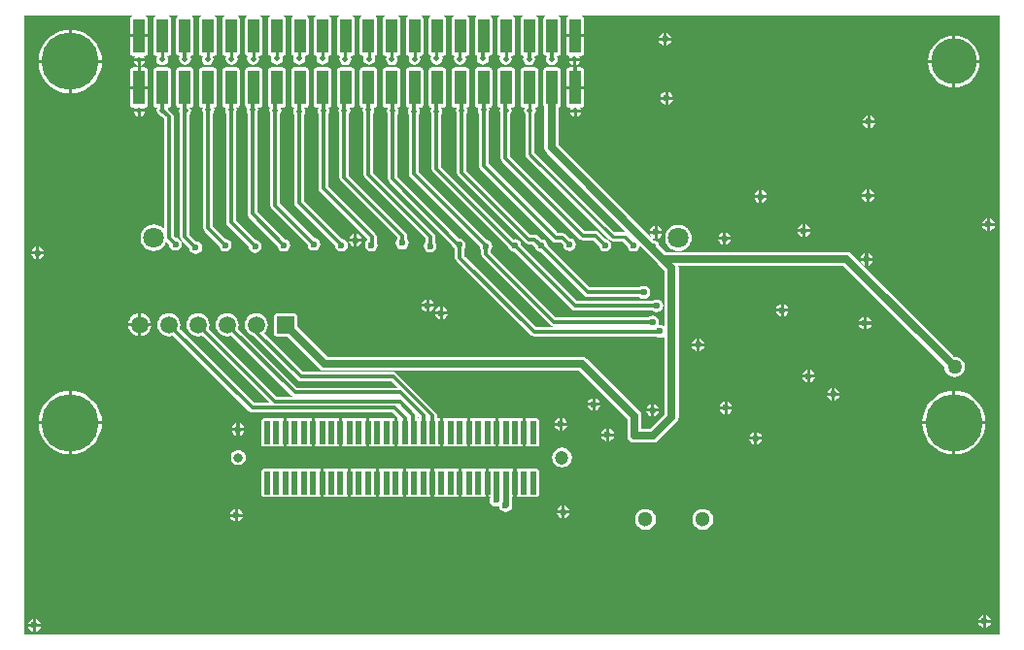
<source format=gbl>
G04 Layer_Physical_Order=2*
G04 Layer_Color=16711680*
%FSLAX42Y42*%
%MOMM*%
G71*
G01*
G75*
%ADD14R,1.00X3.00*%
%ADD19C,0.31*%
%ADD20C,0.25*%
%ADD21C,0.70*%
%ADD22C,0.50*%
%ADD23C,5.00*%
%ADD24C,4.00*%
%ADD25C,1.20*%
%ADD26C,0.80*%
%ADD27C,1.50*%
%ADD28R,1.50X1.50*%
%ADD29C,1.30*%
%ADD30C,1.80*%
%ADD31C,0.60*%
%ADD32C,0.51*%
%ADD33C,1.27*%
%ADD34R,0.50X2.00*%
%ADD35C,0.30*%
G36*
X9500Y1000D02*
X1000D01*
Y6400D01*
X1945D01*
X1940Y6399D01*
X1932Y6393D01*
X1926Y6385D01*
X1924Y6375D01*
Y6238D01*
X2076D01*
Y6375D01*
X2074Y6385D01*
X2068Y6393D01*
X2060Y6399D01*
X2055Y6400D01*
X2145D01*
X2140Y6399D01*
X2132Y6393D01*
X2126Y6385D01*
X2124Y6375D01*
Y6075D01*
X2126Y6065D01*
X2132Y6057D01*
X2140Y6051D01*
X2150Y6049D01*
X2161D01*
X2154Y6039D01*
X2150Y6019D01*
X2154Y5999D01*
X2165Y5982D01*
X2182Y5971D01*
X2202Y5967D01*
X2222Y5971D01*
X2239Y5982D01*
X2250Y5999D01*
X2254Y6019D01*
X2250Y6039D01*
X2243Y6049D01*
X2250D01*
X2260Y6051D01*
X2268Y6057D01*
X2274Y6065D01*
X2276Y6075D01*
Y6375D01*
X2274Y6385D01*
X2268Y6393D01*
X2260Y6399D01*
X2255Y6400D01*
X2345D01*
X2340Y6399D01*
X2332Y6393D01*
X2326Y6385D01*
X2324Y6375D01*
Y6075D01*
X2326Y6065D01*
X2332Y6057D01*
X2340Y6051D01*
X2350Y6049D01*
X2356D01*
X2352Y6044D01*
X2348Y6024D01*
X2352Y6004D01*
X2363Y5987D01*
X2380Y5976D01*
X2400Y5972D01*
X2420Y5976D01*
X2437Y5987D01*
X2448Y6004D01*
X2452Y6024D01*
X2448Y6044D01*
X2444Y6049D01*
X2450D01*
X2460Y6051D01*
X2468Y6057D01*
X2474Y6065D01*
X2476Y6075D01*
Y6375D01*
X2474Y6385D01*
X2468Y6393D01*
X2460Y6399D01*
X2455Y6400D01*
X2545D01*
X2540Y6399D01*
X2532Y6393D01*
X2526Y6385D01*
X2524Y6375D01*
Y6075D01*
X2526Y6065D01*
X2532Y6057D01*
X2540Y6051D01*
X2550Y6049D01*
X2554D01*
X2549Y6042D01*
X2545Y6022D01*
X2549Y6002D01*
X2560Y5985D01*
X2577Y5974D01*
X2597Y5970D01*
X2617Y5974D01*
X2634Y5985D01*
X2645Y6002D01*
X2649Y6022D01*
X2645Y6042D01*
X2640Y6049D01*
X2650D01*
X2660Y6051D01*
X2668Y6057D01*
X2674Y6065D01*
X2676Y6075D01*
Y6375D01*
X2674Y6385D01*
X2668Y6393D01*
X2660Y6399D01*
X2655Y6400D01*
X2745D01*
X2740Y6399D01*
X2732Y6393D01*
X2726Y6385D01*
X2724Y6375D01*
Y6075D01*
X2726Y6065D01*
X2732Y6057D01*
X2740Y6051D01*
X2750Y6049D01*
X2762D01*
X2758Y6044D01*
X2754Y6024D01*
X2758Y6004D01*
X2769Y5987D01*
X2786Y5976D01*
X2806Y5972D01*
X2826Y5976D01*
X2843Y5987D01*
X2854Y6004D01*
X2858Y6024D01*
X2854Y6044D01*
X2850Y6049D01*
X2860Y6051D01*
X2868Y6057D01*
X2874Y6065D01*
X2876Y6075D01*
Y6375D01*
X2874Y6385D01*
X2868Y6393D01*
X2860Y6399D01*
X2855Y6400D01*
X2945D01*
X2940Y6399D01*
X2932Y6393D01*
X2926Y6385D01*
X2924Y6375D01*
Y6075D01*
X2926Y6065D01*
X2932Y6057D01*
X2940Y6051D01*
X2950Y6049D01*
X2946Y6044D01*
X2942Y6024D01*
X2946Y6004D01*
X2957Y5987D01*
X2974Y5976D01*
X2994Y5972D01*
X3014Y5976D01*
X3031Y5987D01*
X3042Y6004D01*
X3046Y6024D01*
X3042Y6044D01*
X3038Y6049D01*
X3050D01*
X3060Y6051D01*
X3068Y6057D01*
X3074Y6065D01*
X3076Y6075D01*
Y6375D01*
X3074Y6385D01*
X3068Y6393D01*
X3060Y6399D01*
X3055Y6400D01*
X3145D01*
X3140Y6399D01*
X3132Y6393D01*
X3126Y6385D01*
X3124Y6375D01*
Y6075D01*
X3126Y6065D01*
X3132Y6057D01*
X3140Y6051D01*
X3150Y6049D01*
X3155D01*
X3153Y6046D01*
X3149Y6026D01*
X3153Y6006D01*
X3164Y5989D01*
X3181Y5978D01*
X3201Y5974D01*
X3221Y5978D01*
X3238Y5989D01*
X3249Y6006D01*
X3253Y6026D01*
X3249Y6046D01*
X3247Y6049D01*
X3250D01*
X3260Y6051D01*
X3268Y6057D01*
X3274Y6065D01*
X3276Y6075D01*
Y6375D01*
X3274Y6385D01*
X3268Y6393D01*
X3260Y6399D01*
X3255Y6400D01*
X3345D01*
X3340Y6399D01*
X3332Y6393D01*
X3326Y6385D01*
X3324Y6375D01*
Y6075D01*
X3326Y6065D01*
X3332Y6057D01*
X3340Y6051D01*
X3349Y6049D01*
X3347Y6046D01*
X3343Y6026D01*
X3347Y6006D01*
X3358Y5989D01*
X3375Y5978D01*
X3395Y5974D01*
X3415Y5978D01*
X3432Y5989D01*
X3443Y6006D01*
X3447Y6026D01*
X3443Y6046D01*
X3441Y6049D01*
X3450D01*
X3460Y6051D01*
X3468Y6057D01*
X3474Y6065D01*
X3476Y6075D01*
Y6375D01*
X3474Y6385D01*
X3468Y6393D01*
X3460Y6399D01*
X3455Y6400D01*
X3545D01*
X3540Y6399D01*
X3532Y6393D01*
X3526Y6385D01*
X3524Y6375D01*
Y6075D01*
X3526Y6065D01*
X3532Y6057D01*
X3540Y6051D01*
X3550Y6049D01*
X3552D01*
X3550Y6046D01*
X3546Y6026D01*
X3550Y6006D01*
X3561Y5989D01*
X3578Y5978D01*
X3598Y5974D01*
X3618Y5978D01*
X3635Y5989D01*
X3646Y6006D01*
X3650Y6026D01*
X3646Y6046D01*
X3644Y6049D01*
X3650D01*
X3660Y6051D01*
X3668Y6057D01*
X3674Y6065D01*
X3676Y6075D01*
Y6375D01*
X3674Y6385D01*
X3668Y6393D01*
X3660Y6399D01*
X3655Y6400D01*
X3745D01*
X3740Y6399D01*
X3732Y6393D01*
X3726Y6385D01*
X3724Y6375D01*
Y6075D01*
X3726Y6065D01*
X3732Y6057D01*
X3740Y6051D01*
X3750Y6049D01*
X3754D01*
X3749Y6042D01*
X3745Y6022D01*
X3749Y6002D01*
X3760Y5985D01*
X3777Y5974D01*
X3797Y5970D01*
X3817Y5974D01*
X3834Y5985D01*
X3845Y6002D01*
X3849Y6022D01*
X3845Y6042D01*
X3840Y6049D01*
X3850D01*
X3860Y6051D01*
X3868Y6057D01*
X3874Y6065D01*
X3876Y6075D01*
Y6375D01*
X3874Y6385D01*
X3868Y6393D01*
X3860Y6399D01*
X3855Y6400D01*
X3945D01*
X3940Y6399D01*
X3932Y6393D01*
X3926Y6385D01*
X3924Y6375D01*
Y6075D01*
X3926Y6065D01*
X3932Y6057D01*
X3940Y6051D01*
X3950Y6049D01*
X3960D01*
X3956Y6044D01*
X3952Y6024D01*
X3956Y6004D01*
X3967Y5987D01*
X3984Y5976D01*
X4004Y5972D01*
X4024Y5976D01*
X4041Y5987D01*
X4052Y6004D01*
X4056Y6024D01*
X4052Y6044D01*
X4048Y6049D01*
X4050D01*
X4060Y6051D01*
X4068Y6057D01*
X4074Y6065D01*
X4076Y6075D01*
Y6375D01*
X4074Y6385D01*
X4068Y6393D01*
X4060Y6399D01*
X4055Y6400D01*
X4145D01*
X4140Y6399D01*
X4132Y6393D01*
X4126Y6385D01*
X4124Y6375D01*
Y6075D01*
X4126Y6065D01*
X4132Y6057D01*
X4140Y6051D01*
X4150Y6049D01*
X4159D01*
X4154Y6042D01*
X4150Y6022D01*
X4154Y6002D01*
X4165Y5985D01*
X4182Y5974D01*
X4202Y5970D01*
X4222Y5974D01*
X4239Y5985D01*
X4250Y6002D01*
X4254Y6022D01*
X4250Y6042D01*
X4245Y6049D01*
X4250D01*
X4260Y6051D01*
X4268Y6057D01*
X4274Y6065D01*
X4276Y6075D01*
Y6375D01*
X4274Y6385D01*
X4268Y6393D01*
X4260Y6399D01*
X4255Y6400D01*
X4345D01*
X4340Y6399D01*
X4332Y6393D01*
X4326Y6385D01*
X4324Y6375D01*
Y6075D01*
X4326Y6065D01*
X4332Y6057D01*
X4340Y6051D01*
X4350Y6049D01*
X4357D01*
X4353Y6044D01*
X4349Y6024D01*
X4353Y6004D01*
X4364Y5987D01*
X4381Y5976D01*
X4401Y5972D01*
X4421Y5976D01*
X4438Y5987D01*
X4449Y6004D01*
X4453Y6024D01*
X4449Y6044D01*
X4445Y6049D01*
X4450D01*
X4460Y6051D01*
X4468Y6057D01*
X4474Y6065D01*
X4476Y6075D01*
Y6375D01*
X4474Y6385D01*
X4468Y6393D01*
X4460Y6399D01*
X4455Y6400D01*
X4545D01*
X4540Y6399D01*
X4532Y6393D01*
X4526Y6385D01*
X4524Y6375D01*
Y6075D01*
X4526Y6065D01*
X4532Y6057D01*
X4540Y6051D01*
X4548Y6050D01*
X4545Y6046D01*
X4541Y6026D01*
X4545Y6006D01*
X4556Y5989D01*
X4573Y5978D01*
X4593Y5974D01*
X4613Y5978D01*
X4630Y5989D01*
X4641Y6006D01*
X4645Y6026D01*
X4641Y6046D01*
X4639Y6049D01*
X4650D01*
X4660Y6051D01*
X4668Y6057D01*
X4674Y6065D01*
X4676Y6075D01*
Y6375D01*
X4674Y6385D01*
X4668Y6393D01*
X4660Y6399D01*
X4655Y6400D01*
X4745D01*
X4740Y6399D01*
X4732Y6393D01*
X4726Y6385D01*
X4724Y6375D01*
Y6075D01*
X4726Y6065D01*
X4732Y6057D01*
X4740Y6051D01*
X4750Y6049D01*
X4752D01*
X4748Y6044D01*
X4744Y6024D01*
X4748Y6004D01*
X4759Y5987D01*
X4776Y5976D01*
X4796Y5972D01*
X4816Y5976D01*
X4833Y5987D01*
X4844Y6004D01*
X4848Y6024D01*
X4844Y6044D01*
X4840Y6049D01*
X4850D01*
X4860Y6051D01*
X4868Y6057D01*
X4874Y6065D01*
X4876Y6075D01*
Y6375D01*
X4874Y6385D01*
X4868Y6393D01*
X4860Y6399D01*
X4855Y6400D01*
X4945D01*
X4940Y6399D01*
X4932Y6393D01*
X4926Y6385D01*
X4924Y6375D01*
Y6075D01*
X4926Y6065D01*
X4932Y6057D01*
X4940Y6051D01*
X4949Y6049D01*
X4947Y6046D01*
X4943Y6026D01*
X4947Y6006D01*
X4958Y5989D01*
X4975Y5978D01*
X4995Y5974D01*
X5015Y5978D01*
X5032Y5989D01*
X5043Y6006D01*
X5047Y6026D01*
X5043Y6046D01*
X5041Y6049D01*
X5050D01*
X5060Y6051D01*
X5068Y6057D01*
X5074Y6065D01*
X5076Y6075D01*
Y6375D01*
X5074Y6385D01*
X5068Y6393D01*
X5060Y6399D01*
X5055Y6400D01*
X5145D01*
X5140Y6399D01*
X5132Y6393D01*
X5126Y6385D01*
X5124Y6375D01*
Y6075D01*
X5126Y6065D01*
X5132Y6057D01*
X5140Y6051D01*
X5150Y6049D01*
X5151D01*
X5147Y6044D01*
X5143Y6024D01*
X5147Y6004D01*
X5158Y5987D01*
X5175Y5976D01*
X5195Y5972D01*
X5215Y5976D01*
X5232Y5987D01*
X5243Y6004D01*
X5247Y6024D01*
X5243Y6044D01*
X5239Y6049D01*
X5250D01*
X5260Y6051D01*
X5268Y6057D01*
X5274Y6065D01*
X5276Y6075D01*
Y6375D01*
X5274Y6385D01*
X5268Y6393D01*
X5260Y6399D01*
X5255Y6400D01*
X5345D01*
X5340Y6399D01*
X5332Y6393D01*
X5326Y6385D01*
X5324Y6375D01*
Y6075D01*
X5326Y6065D01*
X5332Y6057D01*
X5340Y6051D01*
X5350Y6049D01*
X5355D01*
X5350Y6042D01*
X5346Y6022D01*
X5350Y6002D01*
X5361Y5985D01*
X5378Y5974D01*
X5398Y5970D01*
X5418Y5974D01*
X5435Y5985D01*
X5446Y6002D01*
X5450Y6022D01*
X5446Y6042D01*
X5441Y6049D01*
X5450D01*
X5460Y6051D01*
X5468Y6057D01*
X5474Y6065D01*
X5476Y6075D01*
Y6375D01*
X5474Y6385D01*
X5468Y6393D01*
X5460Y6399D01*
X5455Y6400D01*
X5545D01*
X5540Y6399D01*
X5532Y6393D01*
X5526Y6385D01*
X5524Y6375D01*
Y6075D01*
X5526Y6065D01*
X5532Y6057D01*
X5540Y6051D01*
X5550Y6049D01*
X5553D01*
X5548Y6042D01*
X5544Y6022D01*
X5548Y6002D01*
X5559Y5985D01*
X5576Y5974D01*
X5596Y5970D01*
X5616Y5974D01*
X5633Y5985D01*
X5644Y6002D01*
X5648Y6022D01*
X5644Y6042D01*
X5639Y6049D01*
X5650D01*
X5660Y6051D01*
X5668Y6057D01*
X5674Y6065D01*
X5676Y6075D01*
Y6375D01*
X5674Y6385D01*
X5668Y6393D01*
X5660Y6399D01*
X5655Y6400D01*
X5745D01*
X5740Y6399D01*
X5732Y6393D01*
X5726Y6385D01*
X5724Y6375D01*
Y6238D01*
X5876D01*
Y6375D01*
X5874Y6385D01*
X5868Y6393D01*
X5860Y6399D01*
X5855Y6400D01*
X9500D01*
Y1000D01*
D02*
G37*
%LPC*%
G36*
X7100Y2965D02*
X7059D01*
X7061Y2956D01*
X7073Y2938D01*
X7091Y2926D01*
X7100Y2924D01*
Y2965D01*
D02*
G37*
G36*
X7167D02*
X7126D01*
Y2924D01*
X7135Y2926D01*
X7153Y2938D01*
X7165Y2956D01*
X7167Y2965D01*
D02*
G37*
G36*
X5949Y2997D02*
X5908D01*
X5910Y2988D01*
X5922Y2970D01*
X5940Y2958D01*
X5949Y2956D01*
Y2997D01*
D02*
G37*
G36*
X5460Y2891D02*
X5410D01*
X5400Y2889D01*
X5395Y2886D01*
X5390Y2889D01*
X5380Y2891D01*
X5368D01*
Y2765D01*
Y2639D01*
X5380D01*
X5390Y2641D01*
X5395Y2644D01*
X5400Y2641D01*
X5410Y2639D01*
X5460D01*
X5470Y2641D01*
X5478Y2647D01*
X5484Y2655D01*
X5486Y2665D01*
Y2865D01*
X5484Y2875D01*
X5478Y2883D01*
X5470Y2889D01*
X5460Y2891D01*
D02*
G37*
G36*
X6462Y2946D02*
X6421D01*
X6423Y2937D01*
X6435Y2919D01*
X6453Y2907D01*
X6462Y2905D01*
Y2946D01*
D02*
G37*
G36*
X6529D02*
X6488D01*
Y2905D01*
X6497Y2907D01*
X6515Y2919D01*
X6527Y2937D01*
X6529Y2946D01*
D02*
G37*
G36*
X7100Y3032D02*
X7091Y3030D01*
X7073Y3018D01*
X7061Y3000D01*
X7059Y2991D01*
X7100D01*
Y3032D01*
D02*
G37*
G36*
X7126D02*
Y2991D01*
X7167D01*
X7165Y3000D01*
X7153Y3018D01*
X7135Y3030D01*
X7126Y3032D01*
D02*
G37*
G36*
X5949Y3064D02*
X5940Y3062D01*
X5922Y3050D01*
X5910Y3032D01*
X5908Y3023D01*
X5949D01*
Y3064D01*
D02*
G37*
G36*
X6016Y2997D02*
X5975D01*
Y2956D01*
X5984Y2958D01*
X6002Y2970D01*
X6014Y2988D01*
X6016Y2997D01*
D02*
G37*
G36*
X6462Y3013D02*
X6453Y3011D01*
X6435Y2999D01*
X6423Y2981D01*
X6421Y2972D01*
X6462D01*
Y3013D01*
D02*
G37*
G36*
X6488D02*
Y2972D01*
X6529D01*
X6527Y2981D01*
X6515Y2999D01*
X6497Y3011D01*
X6488Y3013D01*
D02*
G37*
G36*
X9113Y3125D02*
Y2863D01*
X9375D01*
X9373Y2893D01*
X9363Y2935D01*
X9346Y2975D01*
X9323Y3012D01*
X9295Y3045D01*
X9262Y3073D01*
X9225Y3096D01*
X9185Y3113D01*
X9143Y3123D01*
X9113Y3125D01*
D02*
G37*
G36*
X3502Y2891D02*
X3490D01*
X3480Y2889D01*
X3475Y2886D01*
X3470Y2889D01*
X3460Y2891D01*
X3410D01*
X3400Y2889D01*
X3395Y2886D01*
X3390Y2889D01*
X3380Y2891D01*
X3330D01*
X3320Y2889D01*
X3315Y2886D01*
X3310Y2889D01*
X3300Y2891D01*
X3288D01*
Y2765D01*
Y2639D01*
X3300D01*
X3310Y2641D01*
X3315Y2644D01*
X3320Y2641D01*
X3330Y2639D01*
X3380D01*
X3390Y2641D01*
X3395Y2644D01*
X3400Y2641D01*
X3410Y2639D01*
X3460D01*
X3470Y2641D01*
X3475Y2644D01*
X3480Y2641D01*
X3490Y2639D01*
X3502D01*
Y2765D01*
Y2891D01*
D02*
G37*
G36*
X3982D02*
X3970D01*
X3960Y2889D01*
X3955Y2886D01*
X3950Y2889D01*
X3940Y2891D01*
X3890D01*
X3880Y2889D01*
X3875Y2886D01*
X3870Y2889D01*
X3860Y2891D01*
X3810D01*
X3800Y2889D01*
X3795Y2886D01*
X3790Y2889D01*
X3780Y2891D01*
X3768D01*
Y2765D01*
Y2639D01*
X3780D01*
X3790Y2641D01*
X3795Y2644D01*
X3800Y2641D01*
X3810Y2639D01*
X3860D01*
X3870Y2641D01*
X3875Y2644D01*
X3880Y2641D01*
X3890Y2639D01*
X3940D01*
X3950Y2641D01*
X3955Y2644D01*
X3960Y2641D01*
X3970Y2639D01*
X3982D01*
Y2765D01*
Y2891D01*
D02*
G37*
G36*
X1387Y3125D02*
X1357Y3123D01*
X1315Y3113D01*
X1275Y3096D01*
X1238Y3073D01*
X1205Y3045D01*
X1177Y3012D01*
X1154Y2975D01*
X1137Y2935D01*
X1127Y2893D01*
X1125Y2863D01*
X1387D01*
Y3125D01*
D02*
G37*
G36*
X1413D02*
Y2863D01*
X1675D01*
X1673Y2893D01*
X1663Y2935D01*
X1646Y2975D01*
X1623Y3012D01*
X1595Y3045D01*
X1562Y3073D01*
X1525Y3096D01*
X1485Y3113D01*
X1443Y3123D01*
X1413Y3125D01*
D02*
G37*
G36*
X9087D02*
X9057Y3123D01*
X9015Y3113D01*
X8975Y3096D01*
X8938Y3073D01*
X8905Y3045D01*
X8877Y3012D01*
X8854Y2975D01*
X8837Y2935D01*
X8827Y2893D01*
X8825Y2863D01*
X9087D01*
Y3125D01*
D02*
G37*
G36*
X5102Y2891D02*
X5090D01*
X5080Y2889D01*
X5075Y2886D01*
X5070Y2889D01*
X5060Y2891D01*
X5010D01*
X5000Y2889D01*
X4995Y2886D01*
X4990Y2889D01*
X4980Y2891D01*
X4930D01*
X4920Y2889D01*
X4915Y2886D01*
X4910Y2889D01*
X4900Y2891D01*
X4888D01*
Y2765D01*
Y2639D01*
X4900D01*
X4910Y2641D01*
X4915Y2644D01*
X4920Y2641D01*
X4930Y2639D01*
X4980D01*
X4990Y2641D01*
X4995Y2644D01*
X5000Y2641D01*
X5010Y2639D01*
X5060D01*
X5070Y2641D01*
X5075Y2644D01*
X5080Y2641D01*
X5090Y2639D01*
X5102D01*
Y2765D01*
Y2891D01*
D02*
G37*
G36*
X5342D02*
X5330D01*
X5320Y2889D01*
X5315Y2886D01*
X5310Y2889D01*
X5300Y2891D01*
X5250D01*
X5240Y2889D01*
X5235Y2886D01*
X5230Y2889D01*
X5220Y2891D01*
X5170D01*
X5160Y2889D01*
X5155Y2886D01*
X5150Y2889D01*
X5140Y2891D01*
X5128D01*
Y2765D01*
Y2639D01*
X5140D01*
X5150Y2641D01*
X5155Y2644D01*
X5160Y2641D01*
X5170Y2639D01*
X5220D01*
X5230Y2641D01*
X5235Y2644D01*
X5240Y2641D01*
X5250Y2639D01*
X5300D01*
X5310Y2641D01*
X5315Y2644D01*
X5320Y2641D01*
X5330Y2639D01*
X5342D01*
Y2765D01*
Y2891D01*
D02*
G37*
G36*
X3262D02*
X3250D01*
X3240Y2889D01*
X3235Y2886D01*
X3230Y2889D01*
X3220Y2891D01*
X3170D01*
X3160Y2889D01*
X3155Y2886D01*
X3150Y2889D01*
X3140Y2891D01*
X3090D01*
X3080Y2889D01*
X3072Y2883D01*
X3066Y2875D01*
X3064Y2865D01*
Y2665D01*
X3066Y2655D01*
X3072Y2647D01*
X3080Y2641D01*
X3090Y2639D01*
X3140D01*
X3150Y2641D01*
X3155Y2644D01*
X3160Y2641D01*
X3170Y2639D01*
X3220D01*
X3230Y2641D01*
X3235Y2644D01*
X3240Y2641D01*
X3250Y2639D01*
X3262D01*
Y2765D01*
Y2891D01*
D02*
G37*
G36*
X3742D02*
X3730D01*
X3720Y2889D01*
X3715Y2886D01*
X3710Y2889D01*
X3700Y2891D01*
X3650D01*
X3640Y2889D01*
X3635Y2886D01*
X3630Y2889D01*
X3620Y2891D01*
X3570D01*
X3560Y2889D01*
X3555Y2886D01*
X3550Y2889D01*
X3540Y2891D01*
X3528D01*
Y2765D01*
Y2639D01*
X3540D01*
X3550Y2641D01*
X3555Y2644D01*
X3560Y2641D01*
X3570Y2639D01*
X3620D01*
X3630Y2641D01*
X3635Y2644D01*
X3640Y2641D01*
X3650Y2639D01*
X3700D01*
X3710Y2641D01*
X3715Y2644D01*
X3720Y2641D01*
X3730Y2639D01*
X3742D01*
Y2765D01*
Y2891D01*
D02*
G37*
G36*
X4222D02*
X4210D01*
X4200Y2889D01*
X4195Y2886D01*
X4190Y2889D01*
X4180Y2891D01*
X4130D01*
X4120Y2889D01*
X4115Y2886D01*
X4110Y2889D01*
X4100Y2891D01*
X4050D01*
X4040Y2889D01*
X4035Y2886D01*
X4030Y2889D01*
X4020Y2891D01*
X4008D01*
Y2765D01*
Y2639D01*
X4020D01*
X4030Y2641D01*
X4035Y2644D01*
X4040Y2641D01*
X4050Y2639D01*
X4100D01*
X4110Y2641D01*
X4115Y2644D01*
X4120Y2641D01*
X4130Y2639D01*
X4180D01*
X4190Y2641D01*
X4195Y2644D01*
X4200Y2641D01*
X4210Y2639D01*
X4222D01*
Y2765D01*
Y2891D01*
D02*
G37*
G36*
X4862D02*
X4850D01*
X4840Y2889D01*
X4835Y2886D01*
X4830Y2889D01*
X4820Y2891D01*
X4770D01*
X4760Y2889D01*
X4755Y2886D01*
X4750Y2889D01*
X4740Y2891D01*
X4690D01*
X4680Y2889D01*
X4675Y2886D01*
X4670Y2889D01*
X4660Y2891D01*
X4648D01*
Y2765D01*
Y2639D01*
X4660D01*
X4670Y2641D01*
X4675Y2644D01*
X4680Y2641D01*
X4690Y2639D01*
X4740D01*
X4750Y2641D01*
X4755Y2644D01*
X4760Y2641D01*
X4770Y2639D01*
X4820D01*
X4830Y2641D01*
X4835Y2644D01*
X4840Y2641D01*
X4850Y2639D01*
X4862D01*
Y2765D01*
Y2891D01*
D02*
G37*
G36*
X2106Y3691D02*
X2019D01*
Y3604D01*
X2032Y3606D01*
X2057Y3616D01*
X2078Y3632D01*
X2094Y3653D01*
X2104Y3678D01*
X2106Y3691D01*
D02*
G37*
G36*
X8314Y3705D02*
X8273D01*
X8275Y3696D01*
X8287Y3678D01*
X8305Y3666D01*
X8314Y3664D01*
Y3705D01*
D02*
G37*
G36*
X8381D02*
X8340D01*
Y3664D01*
X8349Y3666D01*
X8367Y3678D01*
X8379Y3696D01*
X8381Y3705D01*
D02*
G37*
G36*
X6858Y3584D02*
X6849Y3582D01*
X6831Y3570D01*
X6819Y3552D01*
X6817Y3543D01*
X6858D01*
Y3584D01*
D02*
G37*
G36*
X6884D02*
Y3543D01*
X6925D01*
X6923Y3552D01*
X6911Y3570D01*
X6893Y3582D01*
X6884Y3584D01*
D02*
G37*
G36*
X1993Y3691D02*
X1906D01*
X1908Y3678D01*
X1918Y3653D01*
X1934Y3632D01*
X1955Y3616D01*
X1980Y3606D01*
X1993Y3604D01*
Y3691D01*
D02*
G37*
G36*
X8340Y3772D02*
Y3731D01*
X8381D01*
X8379Y3740D01*
X8367Y3758D01*
X8349Y3770D01*
X8340Y3772D01*
D02*
G37*
G36*
X4620Y3794D02*
X4579D01*
X4581Y3785D01*
X4593Y3767D01*
X4611Y3755D01*
X4620Y3753D01*
Y3794D01*
D02*
G37*
G36*
X4687D02*
X4646D01*
Y3753D01*
X4655Y3755D01*
X4673Y3767D01*
X4685Y3785D01*
X4687Y3794D01*
D02*
G37*
G36*
X1993Y3804D02*
X1980Y3802D01*
X1955Y3792D01*
X1934Y3776D01*
X1918Y3755D01*
X1908Y3730D01*
X1906Y3717D01*
X1993D01*
Y3804D01*
D02*
G37*
G36*
X2019D02*
Y3717D01*
X2106D01*
X2104Y3730D01*
X2094Y3755D01*
X2078Y3776D01*
X2057Y3792D01*
X2032Y3802D01*
X2019Y3804D01*
D02*
G37*
G36*
X8314Y3772D02*
X8305Y3770D01*
X8287Y3758D01*
X8275Y3740D01*
X8273Y3731D01*
X8314D01*
Y3772D01*
D02*
G37*
G36*
X8036Y3152D02*
X8027Y3150D01*
X8009Y3138D01*
X7997Y3120D01*
X7995Y3111D01*
X8036D01*
Y3152D01*
D02*
G37*
G36*
X8062D02*
Y3111D01*
X8103D01*
X8101Y3120D01*
X8089Y3138D01*
X8071Y3150D01*
X8062Y3152D01*
D02*
G37*
G36*
X3022Y3805D02*
X2996Y3802D01*
X2971Y3792D01*
X2950Y3776D01*
X2934Y3755D01*
X2924Y3730D01*
X2921Y3704D01*
X2924Y3678D01*
X2934Y3653D01*
X2950Y3632D01*
X2971Y3616D01*
X2994Y3607D01*
X3379Y3222D01*
X3392Y3213D01*
X3408Y3210D01*
X4198D01*
X4253Y3155D01*
X3375D01*
X2862Y3668D01*
X2866Y3678D01*
X2869Y3704D01*
X2866Y3730D01*
X2856Y3755D01*
X2840Y3776D01*
X2819Y3792D01*
X2794Y3802D01*
X2768Y3805D01*
X2742Y3802D01*
X2717Y3792D01*
X2696Y3776D01*
X2680Y3755D01*
X2670Y3730D01*
X2667Y3704D01*
X2670Y3678D01*
X2680Y3653D01*
X2696Y3632D01*
X2717Y3616D01*
X2742Y3606D01*
X2768Y3603D01*
X2794Y3606D01*
X2804Y3610D01*
X3329Y3085D01*
X3342Y3076D01*
X3344Y3076D01*
X3201D01*
X2608Y3668D01*
X2612Y3678D01*
X2615Y3704D01*
X2612Y3730D01*
X2602Y3755D01*
X2586Y3776D01*
X2565Y3792D01*
X2540Y3802D01*
X2514Y3805D01*
X2488Y3802D01*
X2463Y3792D01*
X2442Y3776D01*
X2426Y3755D01*
X2416Y3730D01*
X2413Y3704D01*
X2416Y3678D01*
X2426Y3653D01*
X2442Y3632D01*
X2463Y3616D01*
X2488Y3606D01*
X2514Y3603D01*
X2540Y3606D01*
X2550Y3610D01*
X3140Y3020D01*
X3002D01*
X2354Y3668D01*
X2358Y3678D01*
X2361Y3704D01*
X2358Y3730D01*
X2348Y3755D01*
X2332Y3776D01*
X2311Y3792D01*
X2286Y3802D01*
X2260Y3805D01*
X2234Y3802D01*
X2209Y3792D01*
X2188Y3776D01*
X2172Y3755D01*
X2162Y3730D01*
X2159Y3704D01*
X2162Y3678D01*
X2172Y3653D01*
X2188Y3632D01*
X2209Y3616D01*
X2234Y3606D01*
X2260Y3603D01*
X2286Y3606D01*
X2296Y3610D01*
X2956Y2950D01*
X2969Y2941D01*
X2985Y2938D01*
X4210D01*
X4257Y2891D01*
X4248D01*
Y2765D01*
Y2639D01*
X4260D01*
X4270Y2641D01*
X4275Y2644D01*
X4280Y2641D01*
X4290Y2639D01*
X4340D01*
X4350Y2641D01*
X4355Y2644D01*
X4360Y2641D01*
X4370Y2639D01*
X4420D01*
X4430Y2641D01*
X4435Y2644D01*
X4440Y2641D01*
X4450Y2639D01*
X4500D01*
X4510Y2641D01*
X4515Y2644D01*
X4520Y2641D01*
X4530Y2639D01*
X4580D01*
X4590Y2641D01*
X4595Y2644D01*
X4600Y2641D01*
X4610Y2639D01*
X4622D01*
Y2765D01*
Y2891D01*
X4610D01*
X4600Y2889D01*
X4596Y2886D01*
Y2911D01*
X4593Y2927D01*
X4584Y2940D01*
X4244Y3280D01*
X4231Y3289D01*
X4215Y3292D01*
X3425D01*
X3089Y3629D01*
X3094Y3632D01*
X3110Y3653D01*
X3120Y3678D01*
X3123Y3704D01*
X3120Y3730D01*
X3110Y3755D01*
X3094Y3776D01*
X3073Y3792D01*
X3048Y3802D01*
X3022Y3805D01*
D02*
G37*
G36*
X5975Y3064D02*
Y3023D01*
X6016D01*
X6014Y3032D01*
X6002Y3050D01*
X5984Y3062D01*
X5975Y3064D01*
D02*
G37*
G36*
X8036Y3085D02*
X7995D01*
X7997Y3076D01*
X8009Y3058D01*
X8027Y3046D01*
X8036Y3044D01*
Y3085D01*
D02*
G37*
G36*
X8103D02*
X8062D01*
Y3044D01*
X8071Y3046D01*
X8089Y3058D01*
X8101Y3076D01*
X8103Y3085D01*
D02*
G37*
G36*
X7847Y3310D02*
Y3269D01*
X7888D01*
X7886Y3278D01*
X7874Y3296D01*
X7856Y3308D01*
X7847Y3310D01*
D02*
G37*
G36*
X6858Y3517D02*
X6817D01*
X6819Y3508D01*
X6831Y3490D01*
X6849Y3478D01*
X6858Y3476D01*
Y3517D01*
D02*
G37*
G36*
X6925D02*
X6884D01*
Y3476D01*
X6893Y3478D01*
X6911Y3490D01*
X6923Y3508D01*
X6925Y3517D01*
D02*
G37*
G36*
X7821Y3243D02*
X7780D01*
X7782Y3234D01*
X7794Y3216D01*
X7812Y3204D01*
X7821Y3202D01*
Y3243D01*
D02*
G37*
G36*
X7888D02*
X7847D01*
Y3202D01*
X7856Y3204D01*
X7874Y3216D01*
X7886Y3234D01*
X7888Y3243D01*
D02*
G37*
G36*
X7821Y3310D02*
X7812Y3308D01*
X7794Y3296D01*
X7782Y3278D01*
X7780Y3269D01*
X7821D01*
Y3310D01*
D02*
G37*
G36*
X5688Y2890D02*
Y2849D01*
X5729D01*
X5727Y2858D01*
X5715Y2876D01*
X5697Y2888D01*
X5688Y2890D01*
D02*
G37*
G36*
X5709Y2125D02*
Y2084D01*
X5750D01*
X5748Y2093D01*
X5736Y2111D01*
X5718Y2123D01*
X5709Y2125D01*
D02*
G37*
G36*
X6412Y2096D02*
X6410Y2096D01*
X6409Y2096D01*
X6392Y2094D01*
X6389Y2093D01*
X6388Y2093D01*
X6388Y2093D01*
X6385Y2092D01*
X6369Y2086D01*
X6367Y2084D01*
X6366Y2084D01*
X6366Y2083D01*
X6363Y2082D01*
X6350Y2072D01*
X6348Y2070D01*
X6348Y2069D01*
X6347Y2069D01*
X6345Y2067D01*
X6335Y2054D01*
X6334Y2051D01*
X6333Y2051D01*
X6333Y2050D01*
X6331Y2048D01*
X6325Y2032D01*
X6324Y2029D01*
X6324Y2029D01*
X6324Y2028D01*
X6323Y2025D01*
X6321Y2008D01*
X6321Y2006D01*
X6321Y2005D01*
X6321Y2004D01*
X6321Y2002D01*
X6323Y1985D01*
X6324Y1982D01*
X6324Y1981D01*
X6324Y1981D01*
X6325Y1978D01*
X6331Y1962D01*
X6333Y1960D01*
X6333Y1959D01*
X6334Y1959D01*
X6335Y1956D01*
X6345Y1943D01*
X6347Y1941D01*
X6348Y1941D01*
X6348Y1940D01*
X6350Y1938D01*
X6363Y1928D01*
X6366Y1927D01*
X6366Y1926D01*
X6367Y1926D01*
X6369Y1924D01*
X6385Y1918D01*
X6388Y1917D01*
X6388Y1917D01*
X6389Y1917D01*
X6392Y1916D01*
X6409Y1914D01*
X6410Y1914D01*
X6412Y1914D01*
X6414Y1914D01*
X6415Y1914D01*
X6432Y1916D01*
X6435Y1917D01*
X6436Y1917D01*
X6436Y1917D01*
X6439Y1918D01*
X6455Y1924D01*
X6457Y1926D01*
X6458Y1926D01*
X6458Y1927D01*
X6461Y1928D01*
X6474Y1938D01*
X6476Y1940D01*
X6476Y1941D01*
X6477Y1941D01*
X6479Y1943D01*
X6489Y1956D01*
X6490Y1959D01*
X6491Y1959D01*
X6491Y1960D01*
X6493Y1962D01*
X6499Y1978D01*
X6500Y1981D01*
X6500Y1981D01*
X6500Y1982D01*
X6501Y1985D01*
X6503Y2002D01*
X6503Y2004D01*
X6503Y2005D01*
X6503Y2006D01*
X6503Y2008D01*
X6501Y2025D01*
X6500Y2028D01*
X6500Y2029D01*
X6500Y2029D01*
X6499Y2032D01*
X6493Y2048D01*
X6491Y2050D01*
X6491Y2051D01*
X6490Y2051D01*
X6489Y2054D01*
X6479Y2067D01*
X6477Y2069D01*
X6476Y2069D01*
X6476Y2070D01*
X6474Y2072D01*
X6461Y2082D01*
X6458Y2083D01*
X6458Y2084D01*
X6457Y2084D01*
X6455Y2086D01*
X6439Y2092D01*
X6436Y2093D01*
X6436Y2093D01*
X6435Y2093D01*
X6432Y2094D01*
X6415Y2096D01*
X6414Y2096D01*
X6412Y2096D01*
D02*
G37*
G36*
X6912D02*
X6910Y2096D01*
X6909Y2096D01*
X6892Y2094D01*
X6889Y2093D01*
X6888Y2093D01*
X6888Y2093D01*
X6885Y2092D01*
X6869Y2086D01*
X6867Y2084D01*
X6866Y2084D01*
X6866Y2083D01*
X6863Y2082D01*
X6850Y2072D01*
X6848Y2070D01*
X6848Y2069D01*
X6847Y2069D01*
X6845Y2067D01*
X6835Y2054D01*
X6834Y2051D01*
X6833Y2051D01*
X6833Y2050D01*
X6831Y2048D01*
X6825Y2032D01*
X6824Y2029D01*
X6824Y2029D01*
X6824Y2028D01*
X6823Y2025D01*
X6821Y2008D01*
X6821Y2006D01*
X6821Y2005D01*
X6821Y2004D01*
X6821Y2002D01*
X6823Y1985D01*
X6824Y1982D01*
X6824Y1981D01*
X6824Y1981D01*
X6825Y1978D01*
X6831Y1962D01*
X6833Y1960D01*
X6833Y1959D01*
X6834Y1959D01*
X6835Y1956D01*
X6845Y1943D01*
X6847Y1941D01*
X6848Y1941D01*
X6848Y1940D01*
X6850Y1938D01*
X6863Y1928D01*
X6866Y1927D01*
X6866Y1926D01*
X6867Y1926D01*
X6869Y1924D01*
X6885Y1918D01*
X6888Y1917D01*
X6888Y1917D01*
X6889Y1917D01*
X6892Y1916D01*
X6909Y1914D01*
X6910Y1914D01*
X6912Y1914D01*
X6914Y1914D01*
X6915Y1914D01*
X6932Y1916D01*
X6935Y1917D01*
X6936Y1917D01*
X6936Y1917D01*
X6939Y1918D01*
X6955Y1924D01*
X6957Y1926D01*
X6958Y1926D01*
X6958Y1927D01*
X6961Y1928D01*
X6974Y1938D01*
X6976Y1940D01*
X6976Y1941D01*
X6977Y1941D01*
X6979Y1943D01*
X6989Y1956D01*
X6990Y1959D01*
X6991Y1959D01*
X6991Y1960D01*
X6993Y1962D01*
X6999Y1978D01*
X7000Y1981D01*
X7000Y1981D01*
X7000Y1982D01*
X7001Y1985D01*
X7003Y2002D01*
X7003Y2004D01*
X7003Y2005D01*
X7003Y2006D01*
X7003Y2008D01*
X7001Y2025D01*
X7000Y2028D01*
X7000Y2029D01*
X7000Y2029D01*
X6999Y2032D01*
X6993Y2048D01*
X6991Y2050D01*
X6991Y2051D01*
X6990Y2051D01*
X6989Y2054D01*
X6979Y2067D01*
X6977Y2069D01*
X6976Y2069D01*
X6976Y2070D01*
X6974Y2072D01*
X6961Y2082D01*
X6958Y2083D01*
X6958Y2084D01*
X6957Y2084D01*
X6955Y2086D01*
X6939Y2092D01*
X6936Y2093D01*
X6936Y2093D01*
X6935Y2093D01*
X6932Y2094D01*
X6915Y2096D01*
X6914Y2096D01*
X6912Y2096D01*
D02*
G37*
G36*
X2834Y2095D02*
X2825Y2093D01*
X2807Y2081D01*
X2795Y2063D01*
X2793Y2054D01*
X2834D01*
Y2095D01*
D02*
G37*
G36*
X2860D02*
Y2054D01*
X2901D01*
X2899Y2063D01*
X2887Y2081D01*
X2869Y2093D01*
X2860Y2095D01*
D02*
G37*
G36*
X5683Y2125D02*
X5674Y2123D01*
X5656Y2111D01*
X5644Y2093D01*
X5642Y2084D01*
X5683D01*
Y2125D01*
D02*
G37*
G36*
X4062Y2451D02*
X4050D01*
X4040Y2449D01*
X4035Y2446D01*
X4030Y2449D01*
X4020Y2451D01*
X3970D01*
X3960Y2449D01*
X3955Y2446D01*
X3950Y2449D01*
X3940Y2451D01*
X3890D01*
X3880Y2449D01*
X3875Y2446D01*
X3870Y2449D01*
X3860Y2451D01*
X3848D01*
Y2325D01*
Y2199D01*
X3860D01*
X3870Y2201D01*
X3875Y2204D01*
X3880Y2201D01*
X3890Y2199D01*
X3940D01*
X3950Y2201D01*
X3955Y2204D01*
X3960Y2201D01*
X3970Y2199D01*
X4020D01*
X4030Y2201D01*
X4035Y2204D01*
X4040Y2201D01*
X4050Y2199D01*
X4062D01*
Y2325D01*
Y2451D01*
D02*
G37*
G36*
X4302D02*
X4290D01*
X4280Y2449D01*
X4275Y2446D01*
X4270Y2449D01*
X4260Y2451D01*
X4210D01*
X4200Y2449D01*
X4195Y2446D01*
X4190Y2449D01*
X4180Y2451D01*
X4130D01*
X4120Y2449D01*
X4115Y2446D01*
X4110Y2449D01*
X4100Y2451D01*
X4088D01*
Y2325D01*
Y2199D01*
X4100D01*
X4110Y2201D01*
X4115Y2204D01*
X4120Y2201D01*
X4130Y2199D01*
X4180D01*
X4190Y2201D01*
X4195Y2204D01*
X4200Y2201D01*
X4210Y2199D01*
X4260D01*
X4270Y2201D01*
X4275Y2204D01*
X4280Y2201D01*
X4290Y2199D01*
X4302D01*
Y2325D01*
Y2451D01*
D02*
G37*
G36*
X4782D02*
X4770D01*
X4760Y2449D01*
X4755Y2446D01*
X4750Y2449D01*
X4740Y2451D01*
X4690D01*
X4680Y2449D01*
X4675Y2446D01*
X4670Y2449D01*
X4660Y2451D01*
X4610D01*
X4600Y2449D01*
X4595Y2446D01*
X4590Y2449D01*
X4580Y2451D01*
X4568D01*
Y2325D01*
Y2199D01*
X4580D01*
X4590Y2201D01*
X4595Y2204D01*
X4600Y2201D01*
X4610Y2199D01*
X4660D01*
X4670Y2201D01*
X4675Y2204D01*
X4680Y2201D01*
X4690Y2199D01*
X4740D01*
X4750Y2201D01*
X4755Y2204D01*
X4760Y2201D01*
X4770Y2199D01*
X4782D01*
Y2325D01*
Y2451D01*
D02*
G37*
G36*
X4542D02*
X4530D01*
X4520Y2449D01*
X4515Y2446D01*
X4510Y2449D01*
X4500Y2451D01*
X4450D01*
X4440Y2449D01*
X4435Y2446D01*
X4430Y2449D01*
X4420Y2451D01*
X4370D01*
X4360Y2449D01*
X4355Y2446D01*
X4350Y2449D01*
X4340Y2451D01*
X4328D01*
Y2325D01*
Y2199D01*
X4340D01*
X4350Y2201D01*
X4355Y2204D01*
X4360Y2201D01*
X4370Y2199D01*
X4420D01*
X4430Y2201D01*
X4435Y2204D01*
X4440Y2201D01*
X4450Y2199D01*
X4500D01*
X4510Y2201D01*
X4515Y2204D01*
X4520Y2201D01*
X4530Y2199D01*
X4542D01*
Y2325D01*
Y2451D01*
D02*
G37*
G36*
X3582D02*
X3570D01*
X3560Y2449D01*
X3555Y2446D01*
X3550Y2449D01*
X3540Y2451D01*
X3490D01*
X3480Y2449D01*
X3475Y2446D01*
X3470Y2449D01*
X3460Y2451D01*
X3410D01*
X3400Y2449D01*
X3395Y2446D01*
X3390Y2449D01*
X3380Y2451D01*
X3330D01*
X3320Y2449D01*
X3315Y2446D01*
X3310Y2449D01*
X3300Y2451D01*
X3250D01*
X3240Y2449D01*
X3235Y2446D01*
X3230Y2449D01*
X3220Y2451D01*
X3170D01*
X3160Y2449D01*
X3155Y2446D01*
X3150Y2449D01*
X3140Y2451D01*
X3090D01*
X3080Y2449D01*
X3072Y2443D01*
X3066Y2435D01*
X3064Y2425D01*
Y2225D01*
X3066Y2215D01*
X3072Y2207D01*
X3080Y2201D01*
X3090Y2199D01*
X3140D01*
X3150Y2201D01*
X3155Y2204D01*
X3160Y2201D01*
X3170Y2199D01*
X3220D01*
X3230Y2201D01*
X3235Y2204D01*
X3240Y2201D01*
X3250Y2199D01*
X3300D01*
X3310Y2201D01*
X3315Y2204D01*
X3320Y2201D01*
X3330Y2199D01*
X3380D01*
X3390Y2201D01*
X3395Y2204D01*
X3400Y2201D01*
X3410Y2199D01*
X3460D01*
X3470Y2201D01*
X3475Y2204D01*
X3480Y2201D01*
X3490Y2199D01*
X3540D01*
X3550Y2201D01*
X3555Y2204D01*
X3560Y2201D01*
X3570Y2199D01*
X3582D01*
Y2325D01*
Y2451D01*
D02*
G37*
G36*
X3822D02*
X3810D01*
X3800Y2449D01*
X3795Y2446D01*
X3790Y2449D01*
X3780Y2451D01*
X3730D01*
X3720Y2449D01*
X3715Y2446D01*
X3710Y2449D01*
X3700Y2451D01*
X3650D01*
X3640Y2449D01*
X3635Y2446D01*
X3630Y2449D01*
X3620Y2451D01*
X3608D01*
Y2325D01*
Y2199D01*
X3620D01*
X3630Y2201D01*
X3635Y2204D01*
X3640Y2201D01*
X3650Y2199D01*
X3700D01*
X3710Y2201D01*
X3715Y2204D01*
X3720Y2201D01*
X3730Y2199D01*
X3780D01*
X3790Y2201D01*
X3795Y2204D01*
X3800Y2201D01*
X3810Y2199D01*
X3822D01*
Y2325D01*
Y2451D01*
D02*
G37*
G36*
X9421Y1104D02*
X9380D01*
Y1063D01*
X9389Y1065D01*
X9407Y1077D01*
X9420Y1095D01*
X9421Y1104D01*
D02*
G37*
G36*
X1075Y1135D02*
X1066Y1133D01*
X1048Y1121D01*
X1036Y1103D01*
X1034Y1094D01*
X1075D01*
Y1135D01*
D02*
G37*
G36*
X1101D02*
Y1094D01*
X1142D01*
X1140Y1103D01*
X1128Y1121D01*
X1110Y1133D01*
X1101Y1135D01*
D02*
G37*
G36*
X1075Y1068D02*
X1034D01*
X1036Y1059D01*
X1048Y1041D01*
X1066Y1029D01*
X1075Y1027D01*
Y1068D01*
D02*
G37*
G36*
X1142D02*
X1101D01*
Y1027D01*
X1110Y1029D01*
X1128Y1041D01*
X1140Y1059D01*
X1142Y1068D01*
D02*
G37*
G36*
X9355Y1104D02*
X9314D01*
X9315Y1095D01*
X9328Y1077D01*
X9346Y1065D01*
X9355Y1063D01*
Y1104D01*
D02*
G37*
G36*
X2901Y2028D02*
X2860D01*
Y1987D01*
X2869Y1989D01*
X2887Y2001D01*
X2899Y2019D01*
X2901Y2028D01*
D02*
G37*
G36*
X5683Y2058D02*
X5642D01*
X5644Y2049D01*
X5656Y2031D01*
X5674Y2019D01*
X5683Y2017D01*
Y2058D01*
D02*
G37*
G36*
X5750D02*
X5709D01*
Y2017D01*
X5718Y2019D01*
X5736Y2031D01*
X5748Y2049D01*
X5750Y2058D01*
D02*
G37*
G36*
X9355Y1171D02*
X9346Y1169D01*
X9328Y1157D01*
X9315Y1139D01*
X9314Y1130D01*
X9355D01*
Y1171D01*
D02*
G37*
G36*
X9380D02*
Y1130D01*
X9421D01*
X9420Y1139D01*
X9407Y1157D01*
X9389Y1169D01*
X9380Y1171D01*
D02*
G37*
G36*
X2834Y2028D02*
X2793D01*
X2795Y2019D01*
X2807Y2001D01*
X2825Y1989D01*
X2834Y1987D01*
Y2028D01*
D02*
G37*
G36*
X2849Y2777D02*
X2808D01*
X2810Y2768D01*
X2822Y2750D01*
X2840Y2738D01*
X2849Y2736D01*
Y2777D01*
D02*
G37*
G36*
X2916D02*
X2875D01*
Y2736D01*
X2884Y2738D01*
X2902Y2750D01*
X2914Y2768D01*
X2916Y2777D01*
D02*
G37*
G36*
X6070Y2797D02*
X6061Y2795D01*
X6043Y2783D01*
X6031Y2765D01*
X6029Y2756D01*
X6070D01*
Y2797D01*
D02*
G37*
G36*
X6137Y2730D02*
X6096D01*
Y2689D01*
X6105Y2691D01*
X6123Y2703D01*
X6135Y2721D01*
X6137Y2730D01*
D02*
G37*
G36*
X7360Y2767D02*
X7351Y2765D01*
X7333Y2753D01*
X7321Y2734D01*
X7319Y2726D01*
X7360D01*
Y2767D01*
D02*
G37*
G36*
X7386D02*
Y2726D01*
X7427D01*
X7425Y2734D01*
X7413Y2753D01*
X7395Y2765D01*
X7386Y2767D01*
D02*
G37*
G36*
X2849Y2844D02*
X2840Y2842D01*
X2822Y2830D01*
X2810Y2812D01*
X2808Y2803D01*
X2849D01*
Y2844D01*
D02*
G37*
G36*
X2875D02*
Y2803D01*
X2916D01*
X2914Y2812D01*
X2902Y2830D01*
X2884Y2842D01*
X2875Y2844D01*
D02*
G37*
G36*
X5662Y2890D02*
X5653Y2888D01*
X5635Y2876D01*
X5623Y2858D01*
X5621Y2849D01*
X5662D01*
Y2890D01*
D02*
G37*
G36*
X6096Y2797D02*
Y2756D01*
X6137D01*
X6135Y2765D01*
X6123Y2783D01*
X6105Y2795D01*
X6096Y2797D01*
D02*
G37*
G36*
X5662Y2823D02*
X5621D01*
X5623Y2814D01*
X5635Y2796D01*
X5653Y2784D01*
X5662Y2782D01*
Y2823D01*
D02*
G37*
G36*
X5729D02*
X5688D01*
Y2782D01*
X5697Y2784D01*
X5715Y2796D01*
X5727Y2814D01*
X5729Y2823D01*
D02*
G37*
G36*
X5685Y2632D02*
X5682Y2632D01*
X5680D01*
X5680D01*
X5664Y2628D01*
X5663Y2628D01*
X5662Y2628D01*
X5657Y2627D01*
X5657D01*
X5653Y2625D01*
X5647Y2623D01*
X5647Y2623D01*
X5642Y2620D01*
X5642Y2620D01*
X5641Y2619D01*
X5627Y2610D01*
X5627Y2610D01*
X5627Y2610D01*
X5620Y2603D01*
X5620Y2603D01*
X5620Y2603D01*
X5611Y2589D01*
X5610Y2588D01*
X5610Y2588D01*
X5607Y2583D01*
X5607Y2583D01*
X5605Y2577D01*
X5603Y2573D01*
Y2573D01*
X5602Y2568D01*
X5602Y2567D01*
X5602Y2566D01*
X5598Y2550D01*
X5598Y2550D01*
Y2550D01*
Y2540D01*
Y2540D01*
Y2540D01*
X5602Y2524D01*
X5602Y2523D01*
X5602Y2522D01*
X5603Y2517D01*
Y2517D01*
X5605Y2513D01*
X5607Y2507D01*
X5607Y2507D01*
X5610Y2502D01*
X5610Y2502D01*
X5611Y2501D01*
X5620Y2487D01*
X5620Y2487D01*
X5620Y2487D01*
X5627Y2480D01*
X5627Y2480D01*
X5627Y2480D01*
X5641Y2471D01*
X5642Y2470D01*
X5642Y2470D01*
X5647Y2467D01*
X5647Y2467D01*
X5653Y2465D01*
X5657Y2463D01*
X5657D01*
X5662Y2462D01*
X5663Y2462D01*
X5664Y2462D01*
X5680Y2458D01*
X5680Y2458D01*
X5682D01*
X5685Y2458D01*
X5688Y2458D01*
X5690D01*
X5690D01*
X5706Y2462D01*
X5707Y2462D01*
X5708Y2462D01*
X5713Y2463D01*
X5713D01*
X5717Y2465D01*
X5723Y2467D01*
X5723Y2467D01*
X5728Y2470D01*
X5728Y2470D01*
X5729Y2471D01*
X5743Y2480D01*
X5743Y2480D01*
X5750Y2487D01*
X5750Y2487D01*
X5750Y2487D01*
X5759Y2501D01*
X5760Y2502D01*
X5760Y2502D01*
X5763Y2507D01*
X5763Y2507D01*
X5765Y2513D01*
X5767Y2517D01*
Y2517D01*
X5768Y2522D01*
X5768Y2523D01*
X5768Y2524D01*
X5772Y2540D01*
X5772Y2540D01*
Y2550D01*
Y2550D01*
Y2550D01*
X5768Y2566D01*
X5768Y2567D01*
X5768Y2568D01*
X5767Y2573D01*
Y2573D01*
X5765Y2577D01*
X5763Y2583D01*
X5763Y2583D01*
X5760Y2588D01*
X5760Y2588D01*
X5759Y2589D01*
X5750Y2603D01*
X5750Y2603D01*
X5743Y2610D01*
X5743Y2610D01*
X5743Y2610D01*
X5729Y2619D01*
X5728Y2620D01*
X5728Y2620D01*
X5723Y2623D01*
X5723Y2623D01*
X5717Y2625D01*
X5713Y2627D01*
X5713D01*
X5708Y2628D01*
X5707Y2628D01*
X5706Y2628D01*
X5690Y2632D01*
X5690Y2632D01*
X5688D01*
X5685Y2632D01*
D02*
G37*
G36*
X2865Y2612D02*
X2862Y2611D01*
X2860D01*
X2860D01*
X2844Y2608D01*
X2835Y2604D01*
X2822Y2595D01*
X2822Y2595D01*
X2818Y2592D01*
X2815Y2588D01*
X2815Y2588D01*
X2806Y2575D01*
X2802Y2566D01*
X2799Y2550D01*
X2799Y2550D01*
Y2550D01*
Y2540D01*
Y2540D01*
Y2540D01*
X2802Y2524D01*
X2806Y2515D01*
X2815Y2502D01*
X2815Y2502D01*
X2818Y2498D01*
X2822Y2495D01*
X2822Y2495D01*
X2835Y2486D01*
X2844Y2482D01*
X2860Y2479D01*
X2860Y2479D01*
X2862D01*
X2865Y2478D01*
X2868Y2479D01*
X2870D01*
X2870D01*
X2886Y2482D01*
X2895Y2486D01*
X2908Y2495D01*
X2908Y2495D01*
X2912Y2498D01*
X2915Y2502D01*
X2915Y2502D01*
X2924Y2515D01*
X2928Y2524D01*
X2931Y2540D01*
X2931Y2540D01*
Y2550D01*
Y2550D01*
Y2550D01*
X2928Y2566D01*
X2924Y2575D01*
X2915Y2588D01*
X2915Y2588D01*
X2912Y2592D01*
X2908Y2595D01*
X2908Y2595D01*
X2895Y2604D01*
X2886Y2608D01*
X2870Y2611D01*
X2870Y2611D01*
X2868D01*
X2865Y2612D01*
D02*
G37*
G36*
X1387Y2837D02*
X1125D01*
X1127Y2807D01*
X1137Y2765D01*
X1154Y2725D01*
X1177Y2688D01*
X1205Y2655D01*
X1238Y2627D01*
X1275Y2604D01*
X1315Y2587D01*
X1357Y2577D01*
X1387Y2575D01*
Y2837D01*
D02*
G37*
G36*
X5022Y2451D02*
X5010D01*
X5000Y2449D01*
X4995Y2446D01*
X4990Y2449D01*
X4980Y2451D01*
X4930D01*
X4920Y2449D01*
X4915Y2446D01*
X4910Y2449D01*
X4900Y2451D01*
X4850D01*
X4840Y2449D01*
X4835Y2446D01*
X4830Y2449D01*
X4820Y2451D01*
X4808D01*
Y2325D01*
Y2199D01*
X4820D01*
X4830Y2201D01*
X4835Y2204D01*
X4840Y2201D01*
X4850Y2199D01*
X4900D01*
X4910Y2201D01*
X4915Y2204D01*
X4920Y2201D01*
X4930Y2199D01*
X4980D01*
X4990Y2201D01*
X4995Y2204D01*
X5000Y2201D01*
X5010Y2199D01*
X5022D01*
Y2325D01*
Y2451D01*
D02*
G37*
G36*
X5262D02*
X5250D01*
X5240Y2449D01*
X5235Y2446D01*
X5230Y2449D01*
X5220Y2451D01*
X5170D01*
X5160Y2449D01*
X5155Y2446D01*
X5150Y2449D01*
X5140Y2451D01*
X5090D01*
X5080Y2449D01*
X5075Y2446D01*
X5070Y2449D01*
X5060Y2451D01*
X5048D01*
Y2325D01*
Y2199D01*
X5060D01*
X5060Y2199D01*
X5058Y2196D01*
X5054Y2174D01*
X5058Y2152D01*
X5070Y2134D01*
X5088Y2122D01*
X5110Y2118D01*
X5132Y2122D01*
X5138Y2126D01*
X5138Y2124D01*
X5142Y2102D01*
X5154Y2084D01*
X5172Y2072D01*
X5194Y2068D01*
X5216Y2072D01*
X5234Y2084D01*
X5246Y2102D01*
X5250Y2124D01*
X5246Y2145D01*
Y2200D01*
X5250Y2199D01*
X5262D01*
Y2325D01*
Y2451D01*
D02*
G37*
G36*
X5460D02*
X5410D01*
X5400Y2449D01*
X5395Y2446D01*
X5390Y2449D01*
X5380Y2451D01*
X5330D01*
X5320Y2449D01*
X5315Y2446D01*
X5310Y2449D01*
X5300Y2451D01*
X5288D01*
Y2325D01*
Y2199D01*
X5300D01*
X5310Y2201D01*
X5315Y2204D01*
X5320Y2201D01*
X5330Y2199D01*
X5380D01*
X5390Y2201D01*
X5395Y2204D01*
X5400Y2201D01*
X5410Y2199D01*
X5460D01*
X5470Y2201D01*
X5478Y2207D01*
X5484Y2215D01*
X5486Y2225D01*
Y2425D01*
X5484Y2435D01*
X5478Y2443D01*
X5470Y2449D01*
X5460Y2451D01*
D02*
G37*
G36*
X7360Y2700D02*
X7319D01*
X7321Y2691D01*
X7333Y2673D01*
X7351Y2661D01*
X7360Y2659D01*
Y2700D01*
D02*
G37*
G36*
X7427D02*
X7386D01*
Y2659D01*
X7395Y2661D01*
X7413Y2673D01*
X7425Y2691D01*
X7427Y2700D01*
D02*
G37*
G36*
X6070Y2730D02*
X6029D01*
X6031Y2721D01*
X6043Y2703D01*
X6061Y2691D01*
X6070Y2689D01*
Y2730D01*
D02*
G37*
G36*
X1675Y2837D02*
X1413D01*
Y2575D01*
X1443Y2577D01*
X1485Y2587D01*
X1525Y2604D01*
X1562Y2627D01*
X1595Y2655D01*
X1623Y2688D01*
X1646Y2725D01*
X1663Y2765D01*
X1673Y2807D01*
X1675Y2837D01*
D02*
G37*
G36*
X9087D02*
X8825D01*
X8827Y2807D01*
X8837Y2765D01*
X8854Y2725D01*
X8877Y2688D01*
X8905Y2655D01*
X8938Y2627D01*
X8975Y2604D01*
X9015Y2587D01*
X9057Y2577D01*
X9087Y2575D01*
Y2837D01*
D02*
G37*
G36*
X9375D02*
X9113D01*
Y2575D01*
X9143Y2577D01*
X9185Y2587D01*
X9225Y2604D01*
X9262Y2627D01*
X9295Y2655D01*
X9323Y2688D01*
X9346Y2725D01*
X9363Y2765D01*
X9373Y2807D01*
X9375Y2837D01*
D02*
G37*
G36*
X7591Y3818D02*
X7550D01*
X7552Y3809D01*
X7564Y3791D01*
X7582Y3779D01*
X7591Y3777D01*
Y3818D01*
D02*
G37*
G36*
X8346Y5530D02*
X8337Y5528D01*
X8319Y5516D01*
X8307Y5498D01*
X8305Y5489D01*
X8346D01*
Y5530D01*
D02*
G37*
G36*
X8372D02*
Y5489D01*
X8413D01*
X8411Y5498D01*
X8399Y5516D01*
X8381Y5528D01*
X8372Y5530D01*
D02*
G37*
G36*
X5790Y5558D02*
X5754D01*
X5755Y5551D01*
X5766Y5534D01*
X5783Y5523D01*
X5790Y5522D01*
Y5558D01*
D02*
G37*
G36*
X8366Y4885D02*
Y4844D01*
X8407D01*
X8405Y4853D01*
X8393Y4871D01*
X8375Y4883D01*
X8366Y4885D01*
D02*
G37*
G36*
X8346Y5463D02*
X8305D01*
X8307Y5454D01*
X8319Y5436D01*
X8337Y5424D01*
X8346Y5422D01*
Y5463D01*
D02*
G37*
G36*
X8413D02*
X8372D01*
Y5422D01*
X8381Y5424D01*
X8399Y5436D01*
X8411Y5454D01*
X8413Y5463D01*
D02*
G37*
G36*
X5876Y5762D02*
X5724D01*
Y5625D01*
X5726Y5615D01*
X5732Y5607D01*
X5740Y5601D01*
X5750Y5599D01*
X5761D01*
X5755Y5591D01*
X5754Y5584D01*
X5852D01*
X5851Y5591D01*
X5845Y5599D01*
X5850D01*
X5860Y5601D01*
X5868Y5607D01*
X5874Y5615D01*
X5876Y5625D01*
Y5762D01*
D02*
G37*
G36*
X2076D02*
X1924D01*
Y5625D01*
X1926Y5615D01*
X1932Y5607D01*
X1940Y5601D01*
X1950Y5599D01*
X1957D01*
X1953Y5593D01*
X1952Y5586D01*
X2050D01*
X2049Y5593D01*
X2045Y5599D01*
X2050D01*
X2060Y5601D01*
X2068Y5607D01*
X2074Y5615D01*
X2076Y5625D01*
Y5762D01*
D02*
G37*
G36*
X6584Y5668D02*
X6543D01*
X6545Y5659D01*
X6557Y5641D01*
X6575Y5629D01*
X6584Y5627D01*
Y5668D01*
D02*
G37*
G36*
X5852Y5558D02*
X5816D01*
Y5522D01*
X5823Y5523D01*
X5840Y5534D01*
X5851Y5551D01*
X5852Y5558D01*
D02*
G37*
G36*
X1988Y5560D02*
X1952D01*
X1953Y5553D01*
X1964Y5536D01*
X1981Y5525D01*
X1988Y5524D01*
Y5560D01*
D02*
G37*
G36*
X2050D02*
X2014D01*
Y5524D01*
X2021Y5525D01*
X2038Y5536D01*
X2049Y5553D01*
X2050Y5560D01*
D02*
G37*
G36*
X9389Y4633D02*
X9380Y4631D01*
X9362Y4619D01*
X9350Y4601D01*
X9348Y4592D01*
X9389D01*
Y4633D01*
D02*
G37*
G36*
X9415D02*
Y4592D01*
X9456D01*
X9454Y4601D01*
X9442Y4619D01*
X9424Y4631D01*
X9415Y4633D01*
D02*
G37*
G36*
X7403Y4809D02*
X7362D01*
X7364Y4800D01*
X7376Y4782D01*
X7394Y4770D01*
X7403Y4768D01*
Y4809D01*
D02*
G37*
G36*
X7780Y4580D02*
X7771Y4578D01*
X7753Y4566D01*
X7741Y4548D01*
X7739Y4539D01*
X7780D01*
Y4580D01*
D02*
G37*
G36*
X7806D02*
Y4539D01*
X7847D01*
X7845Y4548D01*
X7833Y4566D01*
X7815Y4578D01*
X7806Y4580D01*
D02*
G37*
G36*
X6699Y4578D02*
X6697Y4577D01*
X6696Y4577D01*
X6672Y4574D01*
X6670Y4574D01*
X6669Y4573D01*
X6668Y4573D01*
X6666Y4573D01*
X6644Y4564D01*
X6642Y4562D01*
X6641Y4562D01*
X6640Y4561D01*
X6638Y4560D01*
X6619Y4546D01*
X6617Y4544D01*
X6617Y4543D01*
X6616Y4543D01*
X6614Y4541D01*
X6600Y4522D01*
X6599Y4520D01*
X6598Y4519D01*
X6598Y4518D01*
X6596Y4516D01*
X6587Y4494D01*
X6587Y4492D01*
X6587Y4491D01*
X6586Y4490D01*
X6586Y4488D01*
X6583Y4464D01*
X6583Y4462D01*
X6583Y4461D01*
X6583Y4460D01*
X6583Y4458D01*
X6586Y4434D01*
X6586Y4432D01*
X6587Y4431D01*
X6587Y4430D01*
X6587Y4428D01*
X6596Y4406D01*
X6598Y4404D01*
X6598Y4403D01*
X6599Y4402D01*
X6600Y4400D01*
X6614Y4381D01*
X6616Y4379D01*
X6617Y4379D01*
X6617Y4378D01*
X6619Y4376D01*
X6638Y4362D01*
X6640Y4361D01*
X6641Y4360D01*
X6642Y4360D01*
X6644Y4358D01*
X6666Y4349D01*
X6668Y4349D01*
X6669Y4349D01*
X6670Y4348D01*
X6672Y4348D01*
X6696Y4345D01*
X6697Y4345D01*
X6699Y4344D01*
X6701Y4345D01*
X6702Y4345D01*
X6726Y4348D01*
X6728Y4348D01*
X6729Y4349D01*
X6730Y4349D01*
X6732Y4349D01*
X6754Y4358D01*
X6756Y4360D01*
X6757Y4360D01*
X6758Y4361D01*
X6760Y4362D01*
X6779Y4376D01*
X6781Y4378D01*
X6781Y4379D01*
X6782Y4379D01*
X6784Y4381D01*
X6798Y4400D01*
X6799Y4402D01*
X6800Y4403D01*
X6800Y4404D01*
X6802Y4406D01*
X6811Y4428D01*
X6811Y4430D01*
X6811Y4431D01*
X6812Y4432D01*
X6812Y4434D01*
X6815Y4458D01*
X6815Y4460D01*
X6815Y4461D01*
X6815Y4462D01*
X6815Y4464D01*
X6812Y4488D01*
X6812Y4490D01*
X6811Y4491D01*
X6811Y4492D01*
X6811Y4494D01*
X6802Y4516D01*
X6800Y4518D01*
X6800Y4519D01*
X6799Y4520D01*
X6798Y4522D01*
X6784Y4541D01*
X6782Y4543D01*
X6781Y4543D01*
X6781Y4544D01*
X6779Y4546D01*
X6760Y4560D01*
X6758Y4561D01*
X6757Y4562D01*
X6756Y4562D01*
X6754Y4564D01*
X6732Y4573D01*
X6730Y4573D01*
X6729Y4573D01*
X6728Y4574D01*
X6726Y4574D01*
X6702Y4577D01*
X6701Y4577D01*
X6699Y4578D01*
D02*
G37*
G36*
X7403Y4876D02*
X7394Y4874D01*
X7376Y4862D01*
X7364Y4844D01*
X7362Y4835D01*
X7403D01*
Y4876D01*
D02*
G37*
G36*
X7429D02*
Y4835D01*
X7470D01*
X7468Y4844D01*
X7456Y4862D01*
X7438Y4874D01*
X7429Y4876D01*
D02*
G37*
G36*
X8340Y4885D02*
X8331Y4883D01*
X8313Y4871D01*
X8301Y4853D01*
X8299Y4844D01*
X8340D01*
Y4885D01*
D02*
G37*
G36*
X7470Y4809D02*
X7429D01*
Y4768D01*
X7438Y4770D01*
X7456Y4782D01*
X7468Y4800D01*
X7470Y4809D01*
D02*
G37*
G36*
X8340Y4818D02*
X8299D01*
X8301Y4809D01*
X8313Y4791D01*
X8331Y4779D01*
X8340Y4777D01*
Y4818D01*
D02*
G37*
G36*
X8407D02*
X8366D01*
Y4777D01*
X8375Y4779D01*
X8393Y4791D01*
X8405Y4809D01*
X8407Y4818D01*
D02*
G37*
G36*
X6651Y5668D02*
X6610D01*
Y5627D01*
X6619Y5629D01*
X6637Y5641D01*
X6649Y5659D01*
X6651Y5668D01*
D02*
G37*
G36*
X1413Y6275D02*
Y6013D01*
X1675D01*
X1673Y6043D01*
X1663Y6085D01*
X1646Y6125D01*
X1623Y6162D01*
X1595Y6195D01*
X1562Y6223D01*
X1525Y6246D01*
X1485Y6263D01*
X1443Y6273D01*
X1413Y6275D01*
D02*
G37*
G36*
X9087Y6225D02*
X9056Y6222D01*
X9013Y6209D01*
X8974Y6188D01*
X8940Y6160D01*
X8912Y6126D01*
X8891Y6087D01*
X8878Y6044D01*
X8875Y6013D01*
X9087D01*
Y6225D01*
D02*
G37*
G36*
X9113D02*
Y6013D01*
X9325D01*
X9322Y6044D01*
X9309Y6087D01*
X9288Y6126D01*
X9260Y6160D01*
X9226Y6188D01*
X9187Y6209D01*
X9144Y6222D01*
X9113Y6225D01*
D02*
G37*
G36*
X5780Y6007D02*
X5744D01*
X5745Y6000D01*
X5756Y5983D01*
X5773Y5972D01*
X5780Y5971D01*
Y6007D01*
D02*
G37*
G36*
X5842D02*
X5806D01*
Y5971D01*
X5813Y5972D01*
X5830Y5983D01*
X5841Y6000D01*
X5842Y6007D01*
D02*
G37*
G36*
X1387Y6275D02*
X1357Y6273D01*
X1315Y6263D01*
X1275Y6246D01*
X1238Y6223D01*
X1205Y6195D01*
X1177Y6162D01*
X1154Y6125D01*
X1137Y6085D01*
X1127Y6043D01*
X1125Y6013D01*
X1387D01*
Y6275D01*
D02*
G37*
G36*
X6638Y6184D02*
X6597D01*
Y6143D01*
X6606Y6145D01*
X6624Y6157D01*
X6636Y6175D01*
X6638Y6184D01*
D02*
G37*
G36*
X6571Y6251D02*
X6562Y6249D01*
X6544Y6237D01*
X6532Y6219D01*
X6530Y6210D01*
X6571D01*
Y6251D01*
D02*
G37*
G36*
X6597D02*
Y6210D01*
X6638D01*
X6636Y6219D01*
X6624Y6237D01*
X6606Y6249D01*
X6597Y6251D01*
D02*
G37*
G36*
X2076Y6212D02*
X1924D01*
Y6075D01*
X1926Y6065D01*
X1932Y6057D01*
X1940Y6051D01*
X1950Y6049D01*
X1963D01*
X1953Y6035D01*
X1952Y6028D01*
X2050D01*
X2049Y6035D01*
X2039Y6049D01*
X2050D01*
X2060Y6051D01*
X2068Y6057D01*
X2074Y6065D01*
X2076Y6075D01*
Y6212D01*
D02*
G37*
G36*
X5876D02*
X5724D01*
Y6075D01*
X5726Y6065D01*
X5732Y6057D01*
X5740Y6051D01*
X5750Y6049D01*
X5751D01*
X5745Y6040D01*
X5744Y6033D01*
X5842D01*
X5841Y6040D01*
X5835Y6049D01*
X5850D01*
X5860Y6051D01*
X5868Y6057D01*
X5874Y6065D01*
X5876Y6075D01*
Y6212D01*
D02*
G37*
G36*
X6571Y6184D02*
X6530D01*
X6532Y6175D01*
X6544Y6157D01*
X6562Y6145D01*
X6571Y6143D01*
Y6184D01*
D02*
G37*
G36*
X1675Y5987D02*
X1413D01*
Y5725D01*
X1443Y5727D01*
X1485Y5737D01*
X1525Y5754D01*
X1562Y5777D01*
X1595Y5805D01*
X1623Y5838D01*
X1646Y5875D01*
X1663Y5915D01*
X1673Y5957D01*
X1675Y5987D01*
D02*
G37*
G36*
X9087D02*
X8875D01*
X8878Y5956D01*
X8891Y5913D01*
X8912Y5874D01*
X8940Y5840D01*
X8974Y5812D01*
X9013Y5791D01*
X9056Y5778D01*
X9087Y5775D01*
Y5987D01*
D02*
G37*
G36*
X9325D02*
X9113D01*
Y5775D01*
X9144Y5778D01*
X9187Y5791D01*
X9226Y5812D01*
X9260Y5840D01*
X9288Y5874D01*
X9309Y5913D01*
X9322Y5956D01*
X9325Y5987D01*
D02*
G37*
G36*
X6584Y5735D02*
X6575Y5733D01*
X6557Y5721D01*
X6545Y5703D01*
X6543Y5694D01*
X6584D01*
Y5735D01*
D02*
G37*
G36*
X6610D02*
Y5694D01*
X6651D01*
X6649Y5703D01*
X6637Y5721D01*
X6619Y5733D01*
X6610Y5735D01*
D02*
G37*
G36*
X1387Y5987D02*
X1125D01*
X1127Y5957D01*
X1137Y5915D01*
X1154Y5875D01*
X1177Y5838D01*
X1205Y5805D01*
X1238Y5777D01*
X1275Y5754D01*
X1315Y5737D01*
X1357Y5727D01*
X1387Y5725D01*
Y5987D01*
D02*
G37*
G36*
X5850Y5951D02*
X5813D01*
Y5788D01*
X5876D01*
Y5925D01*
X5874Y5935D01*
X5868Y5943D01*
X5860Y5949D01*
X5850Y5951D01*
D02*
G37*
G36*
X1988Y6002D02*
X1952D01*
X1953Y5995D01*
X1964Y5978D01*
X1981Y5967D01*
X1988Y5966D01*
Y6002D01*
D02*
G37*
G36*
X2050D02*
X2014D01*
Y5966D01*
X2021Y5967D01*
X2038Y5978D01*
X2049Y5995D01*
X2050Y6002D01*
D02*
G37*
G36*
X1987Y5951D02*
X1950D01*
X1940Y5949D01*
X1932Y5943D01*
X1926Y5935D01*
X1924Y5925D01*
Y5788D01*
X1987D01*
Y5951D01*
D02*
G37*
G36*
X2050D02*
X2013D01*
Y5788D01*
X2076D01*
Y5925D01*
X2074Y5935D01*
X2068Y5943D01*
X2060Y5949D01*
X2050Y5951D01*
D02*
G37*
G36*
X5787D02*
X5750D01*
X5740Y5949D01*
X5732Y5943D01*
X5726Y5935D01*
X5724Y5925D01*
Y5788D01*
X5787D01*
Y5951D01*
D02*
G37*
G36*
X8327Y4328D02*
X8318Y4326D01*
X8300Y4314D01*
X8288Y4296D01*
X8286Y4287D01*
X8327D01*
Y4328D01*
D02*
G37*
G36*
X8353D02*
Y4287D01*
X8394D01*
X8392Y4296D01*
X8380Y4314D01*
X8362Y4326D01*
X8353Y4328D01*
D02*
G37*
G36*
X2450Y5951D02*
X2350D01*
X2340Y5949D01*
X2332Y5943D01*
X2326Y5935D01*
X2324Y5925D01*
Y5625D01*
X2326Y5615D01*
X2332Y5607D01*
X2340Y5601D01*
X2350Y5599D01*
X2358D01*
Y5597D01*
X2353Y5589D01*
X2349Y5569D01*
X2353Y5549D01*
X2358Y5541D01*
Y4470D01*
X2361Y4457D01*
X2361Y4454D01*
X2371Y4441D01*
X2437Y4374D01*
X2441Y4355D01*
X2453Y4337D01*
X2471Y4325D01*
X2493Y4321D01*
X2515Y4325D01*
X2533Y4337D01*
X2545Y4355D01*
X2549Y4377D01*
X2545Y4399D01*
X2533Y4417D01*
X2515Y4429D01*
X2496Y4433D01*
X2442Y4487D01*
Y5538D01*
X2449Y5549D01*
X2453Y5569D01*
X2449Y5589D01*
X2442Y5599D01*
X2450D01*
X2460Y5601D01*
X2468Y5607D01*
X2474Y5615D01*
X2476Y5625D01*
Y5925D01*
X2474Y5935D01*
X2468Y5943D01*
X2460Y5949D01*
X2450Y5951D01*
D02*
G37*
G36*
X8394Y4261D02*
X8353D01*
Y4220D01*
X8362Y4222D01*
X8380Y4234D01*
X8392Y4252D01*
X8394Y4261D01*
D02*
G37*
G36*
X1102Y4318D02*
X1061D01*
X1063Y4309D01*
X1075Y4291D01*
X1093Y4279D01*
X1102Y4277D01*
Y4318D01*
D02*
G37*
G36*
X1169D02*
X1128D01*
Y4277D01*
X1137Y4279D01*
X1155Y4291D01*
X1167Y4309D01*
X1169Y4318D01*
D02*
G37*
G36*
X3050Y5951D02*
X2950D01*
X2940Y5949D01*
X2932Y5943D01*
X2926Y5935D01*
X2924Y5925D01*
Y5625D01*
X2926Y5615D01*
X2932Y5607D01*
X2940Y5601D01*
X2938Y5599D01*
X2934Y5579D01*
X2938Y5559D01*
X2943Y5551D01*
Y4673D01*
X2946Y4660D01*
X2946Y4657D01*
X2956Y4644D01*
X3204Y4395D01*
X3208Y4376D01*
X3220Y4358D01*
X3238Y4346D01*
X3260Y4342D01*
X3282Y4346D01*
X3300Y4358D01*
X3312Y4376D01*
X3316Y4398D01*
X3312Y4420D01*
X3300Y4438D01*
X3282Y4450D01*
X3263Y4454D01*
X3027Y4690D01*
Y5548D01*
X3034Y5559D01*
X3038Y5579D01*
X3034Y5599D01*
X3034Y5599D01*
X3050D01*
X3060Y5601D01*
X3068Y5607D01*
X3074Y5615D01*
X3076Y5625D01*
Y5925D01*
X3074Y5935D01*
X3068Y5943D01*
X3060Y5949D01*
X3050Y5951D01*
D02*
G37*
G36*
X3450D02*
X3350D01*
X3340Y5949D01*
X3332Y5943D01*
X3326Y5935D01*
X3324Y5925D01*
Y5625D01*
X3326Y5615D01*
X3332Y5607D01*
X3340Y5601D01*
X3350Y5599D01*
X3353D01*
Y5594D01*
X3348Y5586D01*
X3344Y5566D01*
X3348Y5546D01*
X3353Y5538D01*
Y4767D01*
X3356Y4754D01*
X3356Y4751D01*
X3366Y4738D01*
X3707Y4396D01*
X3711Y4376D01*
X3723Y4358D01*
X3741Y4346D01*
X3763Y4342D01*
X3785Y4346D01*
X3803Y4358D01*
X3815Y4376D01*
X3819Y4398D01*
X3815Y4420D01*
X3803Y4438D01*
X3785Y4450D01*
X3767Y4454D01*
X3437Y4784D01*
Y5535D01*
X3444Y5546D01*
X3448Y5566D01*
X3444Y5586D01*
X3437Y5597D01*
Y5599D01*
X3450D01*
X3460Y5601D01*
X3468Y5607D01*
X3474Y5615D01*
X3476Y5625D01*
Y5925D01*
X3474Y5935D01*
X3468Y5943D01*
X3460Y5949D01*
X3450Y5951D01*
D02*
G37*
G36*
X3650D02*
X3550D01*
X3540Y5949D01*
X3532Y5943D01*
X3526Y5935D01*
X3524Y5925D01*
Y5625D01*
X3526Y5615D01*
X3532Y5607D01*
X3540Y5601D01*
X3550Y5599D01*
X3562D01*
X3558Y5593D01*
X3554Y5573D01*
X3558Y5553D01*
X3563Y5545D01*
Y4895D01*
X3566Y4882D01*
X3566Y4879D01*
X3576Y4866D01*
X3986Y4455D01*
Y4440D01*
X3983Y4438D01*
X3971Y4420D01*
X3967Y4398D01*
X3971Y4376D01*
X3983Y4358D01*
X4001Y4346D01*
X4023Y4342D01*
X4045Y4346D01*
X4063Y4358D01*
X4075Y4376D01*
X4079Y4398D01*
X4075Y4420D01*
X4070Y4428D01*
Y4472D01*
X4067Y4488D01*
X4057Y4501D01*
X3647Y4912D01*
Y5542D01*
X3654Y5553D01*
X3658Y5573D01*
X3654Y5593D01*
X3650Y5599D01*
X3650D01*
X3660Y5601D01*
X3668Y5607D01*
X3674Y5615D01*
X3676Y5625D01*
Y5925D01*
X3674Y5935D01*
X3668Y5943D01*
X3660Y5949D01*
X3650Y5951D01*
D02*
G37*
G36*
X2850D02*
X2750D01*
X2740Y5949D01*
X2732Y5943D01*
X2726Y5935D01*
X2724Y5925D01*
Y5625D01*
X2726Y5615D01*
X2732Y5607D01*
X2740Y5601D01*
X2750Y5599D01*
X2752D01*
X2752Y5599D01*
X2748Y5579D01*
X2752Y5559D01*
X2757Y5551D01*
Y4599D01*
X2760Y4586D01*
X2760Y4583D01*
X2770Y4570D01*
X2954Y4385D01*
X2958Y4366D01*
X2970Y4348D01*
X2988Y4336D01*
X3010Y4332D01*
X3032Y4336D01*
X3050Y4348D01*
X3062Y4366D01*
X3066Y4388D01*
X3062Y4410D01*
X3050Y4428D01*
X3032Y4440D01*
X3013Y4444D01*
X2841Y4616D01*
Y5548D01*
X2848Y5559D01*
X2852Y5579D01*
X2848Y5599D01*
X2848Y5599D01*
X2850D01*
X2860Y5601D01*
X2868Y5607D01*
X2874Y5615D01*
X2876Y5625D01*
Y5925D01*
X2874Y5935D01*
X2868Y5943D01*
X2860Y5949D01*
X2850Y5951D01*
D02*
G37*
G36*
X4050D02*
X3950D01*
X3940Y5949D01*
X3932Y5943D01*
X3926Y5935D01*
X3924Y5925D01*
Y5625D01*
X3926Y5615D01*
X3932Y5607D01*
X3940Y5601D01*
X3950Y5599D01*
X3953D01*
X3951Y5597D01*
X3947Y5577D01*
X3951Y5557D01*
X3956Y5549D01*
Y5015D01*
X3959Y5002D01*
X3959Y4999D01*
X3969Y4986D01*
X4500Y4454D01*
Y4433D01*
X4497Y4431D01*
X4485Y4413D01*
X4481Y4391D01*
X4485Y4369D01*
X4497Y4351D01*
X4515Y4339D01*
X4537Y4335D01*
X4559Y4339D01*
X4577Y4351D01*
X4589Y4369D01*
X4593Y4391D01*
X4589Y4413D01*
X4584Y4421D01*
Y4471D01*
X4581Y4487D01*
X4571Y4500D01*
X4040Y5032D01*
Y5546D01*
X4047Y5557D01*
X4051Y5577D01*
X4047Y5597D01*
X4045Y5599D01*
X4050D01*
X4060Y5601D01*
X4068Y5607D01*
X4074Y5615D01*
X4076Y5625D01*
Y5925D01*
X4074Y5935D01*
X4068Y5943D01*
X4060Y5949D01*
X4050Y5951D01*
D02*
G37*
G36*
X2650D02*
X2550D01*
X2540Y5949D01*
X2532Y5943D01*
X2526Y5935D01*
X2524Y5925D01*
Y5625D01*
X2526Y5615D01*
X2532Y5607D01*
X2540Y5601D01*
X2550Y5599D01*
X2557D01*
X2555Y5597D01*
X2551Y5577D01*
X2555Y5557D01*
X2560Y5549D01*
Y4546D01*
X2563Y4533D01*
X2563Y4530D01*
X2573Y4517D01*
X2694Y4395D01*
X2698Y4376D01*
X2710Y4358D01*
X2728Y4346D01*
X2750Y4342D01*
X2772Y4346D01*
X2790Y4358D01*
X2802Y4376D01*
X2806Y4398D01*
X2802Y4420D01*
X2790Y4438D01*
X2772Y4450D01*
X2753Y4454D01*
X2644Y4563D01*
Y5546D01*
X2651Y5557D01*
X2655Y5577D01*
X2651Y5597D01*
X2649Y5599D01*
X2650D01*
X2660Y5601D01*
X2668Y5607D01*
X2674Y5615D01*
X2676Y5625D01*
Y5925D01*
X2674Y5935D01*
X2668Y5943D01*
X2660Y5949D01*
X2650Y5951D01*
D02*
G37*
G36*
X4569Y3858D02*
X4528D01*
Y3817D01*
X4537Y3819D01*
X4555Y3831D01*
X4567Y3849D01*
X4569Y3858D01*
D02*
G37*
G36*
X4620Y3861D02*
X4611Y3859D01*
X4593Y3847D01*
X4581Y3829D01*
X4579Y3820D01*
X4620D01*
Y3861D01*
D02*
G37*
G36*
X4646D02*
Y3820D01*
X4687D01*
X4685Y3829D01*
X4673Y3847D01*
X4655Y3859D01*
X4646Y3861D01*
D02*
G37*
G36*
X7658Y3818D02*
X7617D01*
Y3777D01*
X7626Y3779D01*
X7644Y3791D01*
X7656Y3809D01*
X7658Y3818D01*
D02*
G37*
G36*
X4650Y5951D02*
X4550D01*
X4540Y5949D01*
X4532Y5943D01*
X4526Y5935D01*
X4524Y5925D01*
Y5625D01*
X4526Y5615D01*
X4532Y5607D01*
X4540Y5601D01*
X4548Y5599D01*
Y5596D01*
X4543Y5588D01*
X4539Y5568D01*
X4543Y5548D01*
X4548Y5540D01*
Y5064D01*
X4551Y5051D01*
X4551Y5048D01*
X4561Y5035D01*
X5221Y4374D01*
X5233Y4356D01*
X5251Y4344D01*
X5270Y4340D01*
X5771Y3840D01*
X5784Y3830D01*
X5787Y3830D01*
X5800Y3827D01*
X6473D01*
X6488Y3817D01*
X6510Y3813D01*
X6532Y3817D01*
X6550Y3829D01*
X6562Y3847D01*
X6566Y3869D01*
X6562Y3891D01*
X6550Y3909D01*
X6532Y3921D01*
X6510Y3925D01*
X6488Y3921D01*
X6473Y3911D01*
X5817D01*
X5329Y4399D01*
X5325Y4418D01*
X5313Y4436D01*
X5295Y4448D01*
X5273Y4452D01*
X5263Y4450D01*
X4632Y5081D01*
Y5537D01*
X4639Y5548D01*
X4643Y5568D01*
X4639Y5588D01*
X4633Y5597D01*
Y5599D01*
X4650D01*
X4660Y5601D01*
X4668Y5607D01*
X4674Y5615D01*
X4676Y5625D01*
Y5925D01*
X4674Y5935D01*
X4668Y5943D01*
X4660Y5949D01*
X4650Y5951D01*
D02*
G37*
G36*
X4502Y3858D02*
X4461D01*
X4463Y3849D01*
X4475Y3831D01*
X4493Y3819D01*
X4502Y3817D01*
Y3858D01*
D02*
G37*
G36*
X4528Y3925D02*
Y3884D01*
X4569D01*
X4567Y3893D01*
X4555Y3911D01*
X4537Y3923D01*
X4528Y3925D01*
D02*
G37*
G36*
X4850Y5951D02*
X4750D01*
X4740Y5949D01*
X4732Y5943D01*
X4726Y5935D01*
X4724Y5925D01*
Y5625D01*
X4726Y5615D01*
X4732Y5607D01*
X4740Y5601D01*
X4750Y5599D01*
X4768D01*
X4764Y5593D01*
X4760Y5573D01*
X4764Y5553D01*
X4769Y5545D01*
Y5033D01*
X4772Y5020D01*
X4772Y5017D01*
X4782Y5004D01*
X5365Y4421D01*
X5374Y4414D01*
X5378Y4411D01*
X5394Y4408D01*
X5431D01*
X5448Y4391D01*
X5452Y4372D01*
X5464Y4354D01*
X5482Y4342D01*
X5501Y4338D01*
X5883Y3957D01*
X5896Y3947D01*
X5899Y3947D01*
X5912Y3944D01*
X6362D01*
X6377Y3934D01*
X6399Y3930D01*
X6421Y3934D01*
X6439Y3946D01*
X6451Y3964D01*
X6455Y3986D01*
X6451Y4008D01*
X6439Y4026D01*
X6421Y4038D01*
X6399Y4042D01*
X6377Y4038D01*
X6362Y4028D01*
X5929D01*
X5560Y4397D01*
X5556Y4416D01*
X5544Y4434D01*
X5526Y4446D01*
X5507Y4450D01*
X5477Y4479D01*
X5464Y4489D01*
X5461Y4489D01*
X5448Y4492D01*
X5411D01*
X4853Y5050D01*
Y5542D01*
X4860Y5553D01*
X4864Y5573D01*
X4860Y5593D01*
X4855Y5600D01*
X4860Y5601D01*
X4868Y5607D01*
X4874Y5615D01*
X4876Y5625D01*
Y5925D01*
X4874Y5935D01*
X4868Y5943D01*
X4860Y5949D01*
X4850Y5951D01*
D02*
G37*
G36*
X8327Y4261D02*
X8286D01*
X8288Y4252D01*
X8300Y4234D01*
X8318Y4222D01*
X8327Y4220D01*
Y4261D01*
D02*
G37*
G36*
X7591Y3885D02*
X7582Y3883D01*
X7564Y3871D01*
X7552Y3853D01*
X7550Y3844D01*
X7591D01*
Y3885D01*
D02*
G37*
G36*
X7617D02*
Y3844D01*
X7658D01*
X7656Y3853D01*
X7644Y3871D01*
X7626Y3883D01*
X7617Y3885D01*
D02*
G37*
G36*
X4502Y3925D02*
X4493Y3923D01*
X4475Y3911D01*
X4463Y3893D01*
X4461Y3884D01*
X4502D01*
Y3925D01*
D02*
G37*
G36*
X5250Y5951D02*
X5150D01*
X5140Y5949D01*
X5132Y5943D01*
X5126Y5935D01*
X5124Y5925D01*
Y5625D01*
X5126Y5615D01*
X5132Y5607D01*
X5140Y5601D01*
X5150Y5599D01*
X5151D01*
X5147Y5593D01*
X5143Y5573D01*
X5147Y5553D01*
X5152Y5545D01*
Y5156D01*
X5155Y5143D01*
X5155Y5140D01*
X5165Y5127D01*
X5837Y4455D01*
X5846Y4448D01*
X5850Y4445D01*
X5866Y4442D01*
X5957D01*
X6004Y4395D01*
X6008Y4376D01*
X6020Y4358D01*
X6038Y4346D01*
X6060Y4342D01*
X6082Y4346D01*
X6100Y4358D01*
X6112Y4376D01*
X6116Y4398D01*
X6112Y4420D01*
X6100Y4438D01*
X6082Y4450D01*
X6063Y4454D01*
X6003Y4513D01*
X5990Y4523D01*
X5987Y4523D01*
X5974Y4526D01*
X5883D01*
X5236Y5173D01*
Y5542D01*
X5243Y5553D01*
X5247Y5573D01*
X5243Y5593D01*
X5239Y5599D01*
X5250D01*
X5260Y5601D01*
X5268Y5607D01*
X5274Y5615D01*
X5276Y5625D01*
Y5925D01*
X5274Y5935D01*
X5268Y5943D01*
X5260Y5949D01*
X5250Y5951D01*
D02*
G37*
G36*
X7114Y4511D02*
Y4470D01*
X7155D01*
X7153Y4479D01*
X7141Y4497D01*
X7123Y4509D01*
X7114Y4511D01*
D02*
G37*
G36*
X7780Y4513D02*
X7739D01*
X7741Y4504D01*
X7753Y4486D01*
X7771Y4474D01*
X7780Y4472D01*
Y4513D01*
D02*
G37*
G36*
X7847D02*
X7806D01*
Y4472D01*
X7815Y4474D01*
X7833Y4486D01*
X7845Y4504D01*
X7847Y4513D01*
D02*
G37*
G36*
X6490Y4498D02*
X6449D01*
X6451Y4489D01*
X6463Y4471D01*
X6481Y4459D01*
X6490Y4457D01*
Y4498D01*
D02*
G37*
G36*
X6557D02*
X6516D01*
Y4457D01*
X6525Y4459D01*
X6543Y4471D01*
X6555Y4489D01*
X6557Y4498D01*
D02*
G37*
G36*
X7088Y4511D02*
X7079Y4509D01*
X7061Y4497D01*
X7049Y4479D01*
X7047Y4470D01*
X7088D01*
Y4511D01*
D02*
G37*
G36*
X9389Y4566D02*
X9348D01*
X9350Y4557D01*
X9362Y4539D01*
X9380Y4527D01*
X9389Y4525D01*
Y4566D01*
D02*
G37*
G36*
X9456D02*
X9415D01*
Y4525D01*
X9424Y4527D01*
X9442Y4539D01*
X9454Y4557D01*
X9456Y4566D01*
D02*
G37*
G36*
X2250Y5951D02*
X2150D01*
X2140Y5949D01*
X2132Y5943D01*
X2126Y5935D01*
X2124Y5925D01*
Y5625D01*
X2126Y5615D01*
X2132Y5607D01*
X2140Y5601D01*
X2150Y5599D01*
X2159D01*
X2156Y5595D01*
X2152Y5575D01*
X2156Y5555D01*
X2167Y5538D01*
X2184Y5527D01*
X2195Y5525D01*
X2216Y5504D01*
Y4537D01*
X2212Y4543D01*
X2210Y4545D01*
X2209Y4545D01*
X2209Y4546D01*
X2207Y4548D01*
X2188Y4562D01*
X2186Y4563D01*
X2185Y4564D01*
X2184Y4564D01*
X2182Y4566D01*
X2160Y4575D01*
X2158Y4575D01*
X2157Y4575D01*
X2156Y4576D01*
X2154Y4576D01*
X2130Y4579D01*
X2129Y4579D01*
X2127Y4580D01*
X2125Y4579D01*
X2124Y4579D01*
X2100Y4576D01*
X2098Y4576D01*
X2097Y4575D01*
X2096Y4575D01*
X2094Y4575D01*
X2072Y4566D01*
X2070Y4564D01*
X2069Y4564D01*
X2068Y4563D01*
X2066Y4562D01*
X2047Y4548D01*
X2045Y4546D01*
X2045Y4545D01*
X2044Y4545D01*
X2042Y4543D01*
X2028Y4524D01*
X2027Y4522D01*
X2026Y4521D01*
X2026Y4520D01*
X2024Y4518D01*
X2015Y4496D01*
X2015Y4494D01*
X2015Y4493D01*
X2014Y4492D01*
X2014Y4490D01*
X2011Y4466D01*
X2011Y4464D01*
X2011Y4463D01*
X2011Y4462D01*
X2011Y4460D01*
X2014Y4436D01*
X2014Y4434D01*
X2015Y4433D01*
X2015Y4432D01*
X2015Y4430D01*
X2024Y4408D01*
X2026Y4406D01*
X2026Y4405D01*
X2027Y4404D01*
X2028Y4402D01*
X2042Y4383D01*
X2044Y4381D01*
X2045Y4381D01*
X2045Y4380D01*
X2047Y4378D01*
X2066Y4364D01*
X2068Y4363D01*
X2069Y4362D01*
X2070Y4362D01*
X2072Y4360D01*
X2094Y4351D01*
X2096Y4351D01*
X2097Y4351D01*
X2098Y4350D01*
X2100Y4350D01*
X2124Y4347D01*
X2125Y4347D01*
X2127Y4346D01*
X2129Y4347D01*
X2130Y4347D01*
X2154Y4350D01*
X2156Y4350D01*
X2157Y4351D01*
X2158Y4351D01*
X2160Y4351D01*
X2182Y4360D01*
X2184Y4362D01*
X2185Y4362D01*
X2186Y4363D01*
X2188Y4364D01*
X2207Y4378D01*
X2209Y4380D01*
X2209Y4381D01*
X2210Y4381D01*
X2212Y4383D01*
X2226Y4402D01*
X2227Y4404D01*
X2228Y4405D01*
X2228Y4406D01*
X2230Y4408D01*
X2238Y4427D01*
X2260Y4405D01*
X2264Y4386D01*
X2276Y4368D01*
X2294Y4356D01*
X2316Y4352D01*
X2338Y4356D01*
X2356Y4368D01*
X2368Y4386D01*
X2372Y4408D01*
X2368Y4430D01*
X2356Y4448D01*
X2338Y4460D01*
X2319Y4464D01*
X2300Y4483D01*
Y5521D01*
X2296Y5537D01*
X2287Y5551D01*
X2254Y5584D01*
X2252Y5595D01*
X2249Y5599D01*
X2250D01*
X2260Y5601D01*
X2268Y5607D01*
X2274Y5615D01*
X2276Y5625D01*
Y5925D01*
X2274Y5935D01*
X2268Y5943D01*
X2260Y5949D01*
X2250Y5951D01*
D02*
G37*
G36*
X5650D02*
X5550D01*
X5540Y5949D01*
X5532Y5943D01*
X5526Y5935D01*
X5524Y5925D01*
Y5625D01*
X5526Y5615D01*
X5532Y5607D01*
X5533Y5606D01*
Y5248D01*
X5538Y5224D01*
X5551Y5204D01*
X6249Y4507D01*
X6249Y4507D01*
X6234Y4510D01*
X6142D01*
X5444Y5208D01*
Y5538D01*
X5454Y5553D01*
X5458Y5573D01*
X5454Y5593D01*
X5450Y5599D01*
X5450D01*
X5460Y5601D01*
X5468Y5607D01*
X5474Y5615D01*
X5476Y5625D01*
Y5925D01*
X5474Y5935D01*
X5468Y5943D01*
X5460Y5949D01*
X5450Y5951D01*
X5350D01*
X5340Y5949D01*
X5332Y5943D01*
X5326Y5935D01*
X5324Y5925D01*
Y5625D01*
X5326Y5615D01*
X5332Y5607D01*
X5340Y5601D01*
X5350Y5599D01*
X5362D01*
X5358Y5593D01*
X5354Y5573D01*
X5358Y5553D01*
X5366Y5541D01*
Y5192D01*
X5369Y5177D01*
X5378Y5165D01*
X6099Y4444D01*
X6111Y4435D01*
X6126Y4432D01*
X6218D01*
X6251Y4399D01*
X6251Y4398D01*
X6255Y4376D01*
X6267Y4358D01*
X6285Y4346D01*
X6307Y4342D01*
X6329Y4346D01*
X6347Y4358D01*
X6359Y4376D01*
X6363Y4393D01*
X6521Y4234D01*
X6579Y4177D01*
Y3687D01*
X6561Y3699D01*
X6539Y3703D01*
X6520Y3700D01*
X6525Y3707D01*
X6529Y3729D01*
X6525Y3751D01*
X6513Y3769D01*
X6495Y3781D01*
X6473Y3785D01*
X6451Y3781D01*
X6436Y3771D01*
X5632D01*
X5064Y4339D01*
Y4351D01*
X5074Y4366D01*
X5078Y4388D01*
X5074Y4410D01*
X5062Y4428D01*
X5044Y4440D01*
X5030Y4443D01*
X4434Y5039D01*
Y5537D01*
X4441Y5548D01*
X4445Y5568D01*
X4441Y5588D01*
X4434Y5599D01*
Y5599D01*
X4450D01*
X4460Y5601D01*
X4468Y5607D01*
X4474Y5615D01*
X4476Y5625D01*
Y5925D01*
X4474Y5935D01*
X4468Y5943D01*
X4460Y5949D01*
X4450Y5951D01*
X4350D01*
X4340Y5949D01*
X4332Y5943D01*
X4326Y5935D01*
X4324Y5925D01*
Y5625D01*
X4326Y5615D01*
X4332Y5607D01*
X4340Y5601D01*
X4350Y5599D01*
X4350D01*
Y5596D01*
X4345Y5588D01*
X4341Y5568D01*
X4345Y5548D01*
X4350Y5540D01*
Y5022D01*
X4353Y5009D01*
X4353Y5006D01*
X4363Y4993D01*
X4966Y4389D01*
X4966Y4388D01*
X4970Y4366D01*
X4980Y4351D01*
Y4322D01*
X4983Y4309D01*
X4983Y4306D01*
X4993Y4293D01*
X5586Y3700D01*
X5599Y3690D01*
X5602Y3690D01*
X5615Y3687D01*
X6436D01*
X6438Y3686D01*
X5457D01*
X4837Y4306D01*
Y4372D01*
X4842Y4380D01*
X4846Y4402D01*
X4842Y4424D01*
X4830Y4442D01*
X4812Y4454D01*
X4790Y4458D01*
X4787Y4458D01*
X4252Y4993D01*
Y5538D01*
X4259Y5549D01*
X4263Y5569D01*
X4259Y5589D01*
X4252Y5599D01*
X4260Y5601D01*
X4268Y5607D01*
X4274Y5615D01*
X4276Y5625D01*
Y5925D01*
X4274Y5935D01*
X4268Y5943D01*
X4260Y5949D01*
X4250Y5951D01*
X4150D01*
X4140Y5949D01*
X4132Y5943D01*
X4126Y5935D01*
X4124Y5925D01*
Y5625D01*
X4126Y5615D01*
X4132Y5607D01*
X4140Y5601D01*
X4150Y5599D01*
X4168D01*
Y5597D01*
X4163Y5589D01*
X4159Y5569D01*
X4163Y5549D01*
X4168Y5541D01*
Y4976D01*
X4171Y4963D01*
X4171Y4960D01*
X4181Y4947D01*
X4736Y4391D01*
X4738Y4380D01*
X4750Y4362D01*
X4753Y4360D01*
Y4289D01*
X4756Y4276D01*
X4756Y4273D01*
X4766Y4260D01*
X5411Y3615D01*
X5420Y3608D01*
X5424Y3605D01*
X5440Y3602D01*
X6506D01*
X6517Y3595D01*
X6539Y3591D01*
X6561Y3595D01*
X6579Y3607D01*
Y2924D01*
X6451Y2796D01*
X6378D01*
Y2908D01*
X6378Y2908D01*
X6373Y2932D01*
X6360Y2952D01*
X5905Y3407D01*
X5885Y3420D01*
X5861Y3425D01*
X3643D01*
X3377Y3690D01*
Y3779D01*
X3375Y3789D01*
X3369Y3797D01*
X3361Y3803D01*
X3351Y3805D01*
X3201D01*
X3191Y3803D01*
X3183Y3797D01*
X3177Y3789D01*
X3175Y3779D01*
Y3629D01*
X3177Y3619D01*
X3183Y3611D01*
X3191Y3605D01*
X3201Y3603D01*
X3290D01*
X3573Y3319D01*
X3593Y3306D01*
X3617Y3301D01*
X5835D01*
X6254Y2883D01*
Y2734D01*
X6259Y2711D01*
X6272Y2691D01*
X6292Y2678D01*
X6316Y2673D01*
X6476D01*
X6500Y2678D01*
X6520Y2691D01*
X6684Y2855D01*
X6697Y2875D01*
X6702Y2898D01*
Y4203D01*
X6699Y4216D01*
X8139D01*
X9018Y3338D01*
X9017Y3336D01*
X9020Y3313D01*
X9029Y3291D01*
X9044Y3273D01*
X9062Y3258D01*
X9084Y3249D01*
X9107Y3246D01*
X9130Y3249D01*
X9152Y3258D01*
X9170Y3273D01*
X9185Y3291D01*
X9194Y3313D01*
X9197Y3336D01*
X9194Y3359D01*
X9185Y3381D01*
X9170Y3399D01*
X9152Y3414D01*
X9130Y3423D01*
X9107Y3426D01*
X9105Y3425D01*
X8209Y4322D01*
X8189Y4335D01*
X8165Y4340D01*
X6591D01*
X6530Y4400D01*
X6528Y4410D01*
X6516Y4428D01*
X6498Y4440D01*
X6488Y4442D01*
X5657Y5274D01*
Y5600D01*
X5660Y5601D01*
X5668Y5607D01*
X5674Y5615D01*
X5676Y5625D01*
Y5925D01*
X5674Y5935D01*
X5668Y5943D01*
X5660Y5949D01*
X5650Y5951D01*
D02*
G37*
G36*
X6490Y4565D02*
X6481Y4563D01*
X6463Y4551D01*
X6451Y4533D01*
X6449Y4524D01*
X6490D01*
Y4565D01*
D02*
G37*
G36*
X6516D02*
Y4524D01*
X6557D01*
X6555Y4533D01*
X6543Y4551D01*
X6525Y4563D01*
X6516Y4565D01*
D02*
G37*
G36*
X3250Y5951D02*
X3150D01*
X3140Y5949D01*
X3132Y5943D01*
X3126Y5935D01*
X3124Y5925D01*
Y5625D01*
X3126Y5615D01*
X3132Y5607D01*
X3140Y5601D01*
X3143Y5601D01*
X3139Y5595D01*
X3135Y5575D01*
X3139Y5555D01*
X3144Y5547D01*
Y4743D01*
X3147Y4730D01*
X3147Y4727D01*
X3157Y4714D01*
X3468Y4402D01*
X3472Y4383D01*
X3484Y4365D01*
X3502Y4353D01*
X3524Y4349D01*
X3546Y4353D01*
X3564Y4365D01*
X3576Y4383D01*
X3580Y4405D01*
X3576Y4427D01*
X3564Y4445D01*
X3546Y4457D01*
X3527Y4461D01*
X3228Y4760D01*
Y5544D01*
X3235Y5555D01*
X3239Y5575D01*
X3235Y5595D01*
X3232Y5599D01*
X3250D01*
X3260Y5601D01*
X3268Y5607D01*
X3274Y5615D01*
X3276Y5625D01*
Y5925D01*
X3274Y5935D01*
X3268Y5943D01*
X3260Y5949D01*
X3250Y5951D01*
D02*
G37*
G36*
X3850D02*
X3750D01*
X3740Y5949D01*
X3732Y5943D01*
X3726Y5935D01*
X3724Y5925D01*
Y5625D01*
X3726Y5615D01*
X3732Y5607D01*
X3740Y5601D01*
X3745Y5600D01*
X3740Y5593D01*
X3736Y5573D01*
X3740Y5553D01*
X3745Y5545D01*
Y4988D01*
X3748Y4975D01*
X3748Y4972D01*
X3758Y4959D01*
X4250Y4466D01*
Y4454D01*
X4240Y4439D01*
X4236Y4417D01*
X4240Y4395D01*
X4252Y4377D01*
X4270Y4365D01*
X4292Y4361D01*
X4314Y4365D01*
X4332Y4377D01*
X4344Y4395D01*
X4348Y4417D01*
X4344Y4439D01*
X4334Y4454D01*
Y4483D01*
X4331Y4499D01*
X4321Y4512D01*
X3829Y5005D01*
Y5542D01*
X3836Y5553D01*
X3840Y5573D01*
X3836Y5593D01*
X3832Y5599D01*
X3850D01*
X3860Y5601D01*
X3868Y5607D01*
X3874Y5615D01*
X3876Y5625D01*
Y5925D01*
X3874Y5935D01*
X3868Y5943D01*
X3860Y5949D01*
X3850Y5951D01*
D02*
G37*
G36*
X3872Y4429D02*
X3831D01*
X3833Y4420D01*
X3845Y4402D01*
X3863Y4390D01*
X3872Y4388D01*
Y4429D01*
D02*
G37*
G36*
X1102Y4385D02*
X1093Y4383D01*
X1075Y4371D01*
X1063Y4353D01*
X1061Y4344D01*
X1102D01*
Y4385D01*
D02*
G37*
G36*
X1128D02*
Y4344D01*
X1169D01*
X1167Y4353D01*
X1155Y4371D01*
X1137Y4383D01*
X1128Y4385D01*
D02*
G37*
G36*
X5050Y5951D02*
X4950D01*
X4940Y5949D01*
X4932Y5943D01*
X4926Y5935D01*
X4924Y5925D01*
Y5625D01*
X4926Y5615D01*
X4932Y5607D01*
X4940Y5601D01*
X4950Y5599D01*
X4953D01*
X4953Y5599D01*
X4949Y5579D01*
X4953Y5559D01*
X4958Y5551D01*
Y5094D01*
X4961Y5081D01*
X4961Y5078D01*
X4971Y5065D01*
X5603Y4433D01*
X5616Y4423D01*
X5619Y4423D01*
X5632Y4420D01*
X5674D01*
X5694Y4400D01*
X5698Y4381D01*
X5710Y4363D01*
X5728Y4351D01*
X5750Y4347D01*
X5772Y4351D01*
X5790Y4363D01*
X5802Y4381D01*
X5806Y4403D01*
X5802Y4425D01*
X5790Y4443D01*
X5772Y4455D01*
X5753Y4459D01*
X5720Y4491D01*
X5707Y4501D01*
X5704Y4501D01*
X5691Y4504D01*
X5649D01*
X5042Y5111D01*
Y5548D01*
X5049Y5559D01*
X5053Y5579D01*
X5049Y5599D01*
X5049Y5599D01*
X5050D01*
X5060Y5601D01*
X5068Y5607D01*
X5074Y5615D01*
X5076Y5625D01*
Y5925D01*
X5074Y5935D01*
X5068Y5943D01*
X5060Y5949D01*
X5050Y5951D01*
D02*
G37*
G36*
X3872Y4496D02*
X3863Y4494D01*
X3845Y4482D01*
X3833Y4464D01*
X3831Y4455D01*
X3872D01*
Y4496D01*
D02*
G37*
G36*
X3898D02*
Y4455D01*
X3939D01*
X3937Y4464D01*
X3925Y4482D01*
X3907Y4494D01*
X3898Y4496D01*
D02*
G37*
G36*
X7155Y4444D02*
X7114D01*
Y4403D01*
X7123Y4405D01*
X7141Y4417D01*
X7153Y4435D01*
X7155Y4444D01*
D02*
G37*
G36*
X3939Y4429D02*
X3898D01*
Y4388D01*
X3907Y4390D01*
X3925Y4402D01*
X3937Y4420D01*
X3939Y4429D01*
D02*
G37*
G36*
X7088Y4444D02*
X7047D01*
X7049Y4435D01*
X7061Y4417D01*
X7079Y4405D01*
X7088Y4403D01*
Y4444D01*
D02*
G37*
%LPD*%
G36*
X4434Y2894D02*
Y2886D01*
X4432Y2888D01*
Y2896D01*
X4434Y2894D01*
D02*
G37*
D14*
X2000Y6225D02*
D03*
Y5775D02*
D03*
X2200Y6225D02*
D03*
Y5775D02*
D03*
X2400Y6225D02*
D03*
Y5775D02*
D03*
X2600Y6225D02*
D03*
Y5775D02*
D03*
X2800Y6225D02*
D03*
Y5775D02*
D03*
X3000Y6225D02*
D03*
Y5775D02*
D03*
X3200Y6225D02*
D03*
Y5775D02*
D03*
X3400Y6225D02*
D03*
Y5775D02*
D03*
X3600Y6225D02*
D03*
Y5775D02*
D03*
X3800Y6225D02*
D03*
Y5775D02*
D03*
X4000Y6225D02*
D03*
Y5775D02*
D03*
X4200Y6225D02*
D03*
Y5775D02*
D03*
X4400Y6225D02*
D03*
Y5775D02*
D03*
X4600Y6225D02*
D03*
Y5775D02*
D03*
X4800Y6225D02*
D03*
Y5775D02*
D03*
X5000Y6225D02*
D03*
Y5775D02*
D03*
X5200Y6225D02*
D03*
Y5775D02*
D03*
X5400Y6225D02*
D03*
Y5775D02*
D03*
X5600Y6225D02*
D03*
Y5775D02*
D03*
X5800Y6225D02*
D03*
Y5775D02*
D03*
D19*
X4811Y5033D02*
Y5693D01*
X4590Y5064D02*
Y5688D01*
Y5064D02*
X5265Y4388D01*
X4210Y4976D02*
X4795Y4391D01*
X4210Y4976D02*
Y5689D01*
X4392Y5022D02*
Y5688D01*
Y5022D02*
X5026Y4388D01*
X4591Y5568D02*
Y5703D01*
X4812Y5573D02*
Y5724D01*
X4795Y4289D02*
Y4391D01*
X3998Y5015D02*
X4542Y4471D01*
X3605Y4895D02*
X4028Y4472D01*
X3260Y4398D02*
Y4408D01*
X2400Y6024D02*
Y6208D01*
X4995Y6026D02*
Y6203D01*
X5398Y6022D02*
Y6206D01*
X5596Y6022D02*
Y6204D01*
X2204Y5575D02*
X2258Y5521D01*
Y4466D02*
Y5521D01*
X2204Y5575D02*
Y5771D01*
X4292Y4417D02*
Y4483D01*
X3787Y4988D02*
X4292Y4483D01*
X2602Y4546D02*
X2750Y4398D01*
X2400Y4470D02*
X2493Y4377D01*
X2258Y4466D02*
X2316Y4408D01*
X3395Y4767D02*
X3768Y4394D01*
X4028Y4398D02*
Y4472D01*
X4542Y4391D02*
Y4471D01*
X5022Y4388D02*
X5026D01*
X5022Y4322D02*
Y4388D01*
X5194Y5156D02*
X5866Y4484D01*
X5974D01*
X6060Y4398D01*
X5000Y5094D02*
X5632Y4462D01*
X5691D01*
X5750Y4403D01*
X4811Y5033D02*
X5394Y4450D01*
X5448D01*
X5504Y4394D01*
X3186Y4743D02*
X3524Y4405D01*
X2985Y4673D02*
X3260Y4398D01*
X2799Y4599D02*
X3010Y4388D01*
X4795Y4289D02*
X5440Y3644D01*
X6536D02*
X6539Y3647D01*
X5440Y3644D02*
X6536D01*
X5615Y3729D02*
X6473D01*
X5022Y4322D02*
X5615Y3729D01*
X5273Y4396D02*
X5800Y3869D01*
X6510D01*
X5504Y4394D02*
X5912Y3986D01*
X6399D01*
X2400Y4470D02*
Y5689D01*
X2602Y4546D02*
Y5697D01*
X2799Y4599D02*
Y5699D01*
X2985Y4673D02*
Y5699D01*
X3186Y4743D02*
Y5695D01*
X3395Y4767D02*
Y5686D01*
X3605Y4895D02*
Y5693D01*
X3787Y4988D02*
Y5693D01*
X3998Y5015D02*
Y5697D01*
X5000Y5094D02*
Y5699D01*
X5194Y5156D02*
Y5693D01*
D20*
X5405Y5192D02*
Y5693D01*
X2202Y6019D02*
Y6210D01*
X2597Y6022D02*
Y6205D01*
X2806Y6024D02*
Y6214D01*
X2994Y6024D02*
Y6202D01*
X3201Y6026D02*
Y6209D01*
X3395Y6026D02*
Y6203D01*
X3598Y6026D02*
Y6206D01*
X3797Y6022D02*
Y6205D01*
X4004Y6024D02*
Y6212D01*
X4202Y6022D02*
Y6210D01*
X4401Y6024D02*
Y6209D01*
X4593Y6026D02*
Y6201D01*
X4796Y6024D02*
Y6204D01*
X5195Y6024D02*
Y6203D01*
X5405Y5192D02*
X6126Y4471D01*
X6234D01*
X6307Y4398D01*
D21*
X5595Y5248D02*
X6565Y4278D01*
X5595Y5248D02*
Y5693D01*
X5861Y3363D02*
X6316Y2908D01*
Y2734D02*
X6476D01*
X6316D02*
Y2908D01*
X6476Y2734D02*
X6640Y2898D01*
Y4203D01*
X6565Y4278D02*
X6640Y4203D01*
X8165Y4278D02*
X9107Y3336D01*
X6565Y4278D02*
X8165D01*
X3276Y3704D02*
X3617Y3363D01*
X5861D01*
D22*
X5115Y2174D02*
Y2325D01*
X5194Y2124D02*
X5195Y2125D01*
Y2325D01*
D23*
X1400Y2850D02*
D03*
X9100D02*
D03*
X1400Y6000D02*
D03*
D24*
X9100D02*
D03*
D25*
X5685Y2545D02*
D03*
D26*
X2865D02*
D03*
D27*
X2006Y3704D02*
D03*
X2260D02*
D03*
X2514D02*
D03*
X2768D02*
D03*
X3022D02*
D03*
D28*
X3276D02*
D03*
D29*
X6412Y2005D02*
D03*
X6912D02*
D03*
D30*
X6699Y4461D02*
D03*
X2127Y4463D02*
D03*
D31*
X6316Y2734D02*
D03*
X6871Y3530D02*
D03*
X6503Y4511D02*
D03*
X6597Y5681D02*
D03*
X6584Y6197D02*
D03*
X3885Y4442D02*
D03*
X4633Y3807D02*
D03*
X4515Y3871D02*
D03*
X5675Y2836D02*
D03*
X5696Y2071D02*
D03*
X2847Y2041D02*
D03*
X2862Y2790D02*
D03*
X5962Y3010D02*
D03*
X6083Y2743D02*
D03*
X6475Y2959D02*
D03*
X8049Y3098D02*
D03*
X7373Y2713D02*
D03*
X7113Y2978D02*
D03*
X7834Y3256D02*
D03*
X8327Y3718D02*
D03*
X8359Y5476D02*
D03*
X8353Y4831D02*
D03*
X8340Y4274D02*
D03*
X9402Y4579D02*
D03*
X1115Y4331D02*
D03*
X9367Y1117D02*
D03*
X1088Y1081D02*
D03*
X6476Y4388D02*
D03*
X6307Y4398D02*
D03*
X6060D02*
D03*
X5750Y4403D02*
D03*
X4790Y4402D02*
D03*
X4537Y4391D02*
D03*
X4023Y4398D02*
D03*
X3763D02*
D03*
X3524Y4405D02*
D03*
X3260Y4398D02*
D03*
X3010Y4388D02*
D03*
X2750Y4398D02*
D03*
X2493Y4377D02*
D03*
X4292Y4417D02*
D03*
X2316Y4408D02*
D03*
X5022Y4388D02*
D03*
X5273Y4396D02*
D03*
X5504Y4394D02*
D03*
X6539Y3647D02*
D03*
X6473Y3729D02*
D03*
X6510Y3869D02*
D03*
X6399Y3986D02*
D03*
X7604Y3831D02*
D03*
X7793Y4526D02*
D03*
X7416Y4822D02*
D03*
X7101Y4457D02*
D03*
X5110Y2174D02*
D03*
X5194Y2124D02*
D03*
D32*
X2603Y5577D02*
D03*
X2800Y5579D02*
D03*
X3187Y5575D02*
D03*
X3396Y5566D02*
D03*
X3606Y5573D02*
D03*
X3788D02*
D03*
X3999Y5577D02*
D03*
X4211Y5569D02*
D03*
X4393Y5568D02*
D03*
X4591D02*
D03*
X4812Y5573D02*
D03*
X5001Y5579D02*
D03*
X5195Y5573D02*
D03*
X5406D02*
D03*
X5596D02*
D03*
X5803Y5571D02*
D03*
X5793Y6020D02*
D03*
X5596Y6022D02*
D03*
X5398D02*
D03*
X5195Y6024D02*
D03*
X4995Y6026D02*
D03*
X4796Y6024D02*
D03*
X4593Y6026D02*
D03*
X4401Y6024D02*
D03*
X4202Y6022D02*
D03*
X4004Y6024D02*
D03*
X3797Y6022D02*
D03*
X3598Y6026D02*
D03*
X3395D02*
D03*
X3201D02*
D03*
X2994Y6024D02*
D03*
X2806D02*
D03*
X2597Y6022D02*
D03*
X2001Y6015D02*
D03*
Y5573D02*
D03*
X2400Y6024D02*
D03*
X2202Y6019D02*
D03*
X2986Y5579D02*
D03*
X2204Y5575D02*
D03*
X2401Y5569D02*
D03*
D33*
X9107Y3336D02*
D03*
D34*
X3115Y2765D02*
D03*
X3195Y2325D02*
D03*
X3275D02*
D03*
X3355D02*
D03*
X3435D02*
D03*
X3515D02*
D03*
X3595D02*
D03*
X3675D02*
D03*
X3755D02*
D03*
X3835D02*
D03*
X3915D02*
D03*
X3995D02*
D03*
X4075D02*
D03*
X4155D02*
D03*
X4235D02*
D03*
X4315D02*
D03*
X4395D02*
D03*
X4475D02*
D03*
X4555D02*
D03*
X4635D02*
D03*
X4715D02*
D03*
X4795D02*
D03*
X4875D02*
D03*
X4955D02*
D03*
X5035D02*
D03*
X5115D02*
D03*
X5195D02*
D03*
X5275D02*
D03*
X5355D02*
D03*
X5435D02*
D03*
X3115D02*
D03*
X3195Y2765D02*
D03*
X3275D02*
D03*
X3355D02*
D03*
X3435D02*
D03*
X3515D02*
D03*
X3595D02*
D03*
X3675D02*
D03*
X3755D02*
D03*
X3835D02*
D03*
X3915D02*
D03*
X3995D02*
D03*
X4075D02*
D03*
X4155D02*
D03*
X4235D02*
D03*
X4315D02*
D03*
X4395D02*
D03*
X4475D02*
D03*
X4555D02*
D03*
X4635D02*
D03*
X4715D02*
D03*
X4795D02*
D03*
X4875D02*
D03*
X4955D02*
D03*
X5035D02*
D03*
X5115D02*
D03*
X5195D02*
D03*
X5275D02*
D03*
X5355D02*
D03*
X5435D02*
D03*
D35*
X3022Y3637D02*
Y3704D01*
Y3637D02*
X3408Y3251D01*
X4215D01*
X2768Y3704D02*
X3358Y3114D01*
X4272D01*
X4475Y2911D01*
Y2765D02*
Y2911D01*
X2514Y3704D02*
X3184Y3034D01*
X4272D01*
X4390Y2916D01*
X2260Y3704D02*
X2985Y2979D01*
X4227D01*
X4315Y2891D01*
Y2765D02*
Y2891D01*
X4390Y2765D02*
Y2916D01*
X4215Y3251D02*
X4555Y2911D01*
Y2765D02*
Y2911D01*
M02*

</source>
